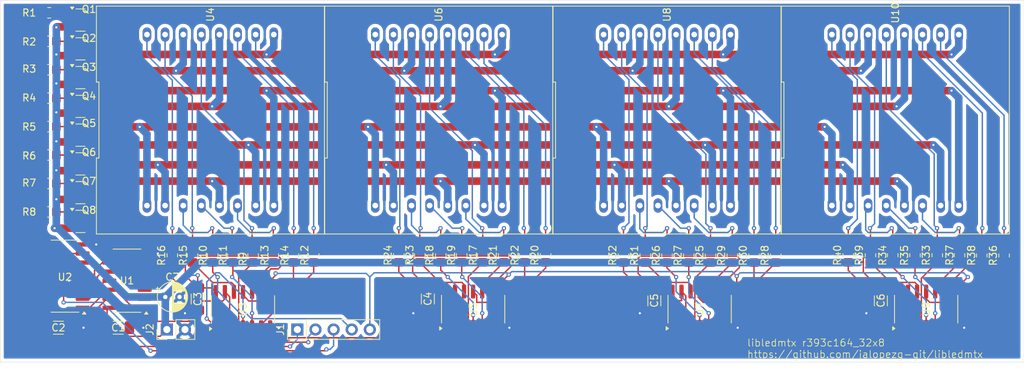
<source format=kicad_pcb>
(kicad_pcb (version 20241229) (generator "pcbnew") (generator_version "9.0")
  (layers (0 "F.Cu" signal) (2 "B.Cu" signal) (13 "F.Paste" user) (15 "B.Paste" user) (5 "F.SilkS" user "F.Silkscreen") (7 "B.SilkS" user "B.Silkscreen") (1 "F.Mask" user) (3 "B.Mask" user) (25 "Edge.Cuts" user))
  (net 0 "")
  (net 1 "VCC")
  (net 2 "GND")
  (net 3 "/RRST")
  (net 4 "/RCLK")
  (net 5 "/CDAT")
  (net 6 "/CCLK")
  (net 7 "/RENA")
  (net 8 "Net-(Q1-D)")
  (net 9 "Net-(Q1-G)")
  (net 10 "Net-(Q2-G)")
  (net 11 "Net-(Q2-D)")
  (net 12 "Net-(Q3-D)")
  (net 13 "Net-(Q3-G)")
  (net 14 "Net-(Q4-G)")
  (net 15 "Net-(Q4-D)")
  (net 16 "Net-(Q5-D)")
  (net 17 "Net-(Q5-G)")
  (net 18 "Net-(Q6-D)")
  (net 19 "Net-(Q6-G)")
  (net 20 "Net-(Q7-G)")
  (net 21 "Net-(Q7-D)")
  (net 22 "Net-(Q8-D)")
  (net 23 "Net-(Q8-G)")
  (net 24 "Net-(U2-~{Y0})")
  (net 25 "Net-(U2-~{Y1})")
  (net 26 "Net-(U2-~{Y2})")
  (net 27 "Net-(U2-~{Y3})")
  (net 28 "Net-(U2-~{Y4})")
  (net 29 "Net-(U2-~{Y5})")
  (net 30 "Net-(U2-~{Y6})")
  (net 31 "Net-(U2-~{Y7})")
  (net 32 "Net-(U4-C1)")
  (net 33 "Net-(U3-Q0)")
  (net 34 "Net-(U3-Q1)")
  (net 35 "Net-(U4-C2)")
  (net 36 "Net-(U3-Q2)")
  (net 37 "Net-(U4-C3)")
  (net 38 "Net-(U3-Q3)")
  (net 39 "Net-(U4-C4)")
  (net 40 "Net-(U3-Q4)")
  (net 41 "Net-(U4-C5)")
  (net 42 "Net-(U4-C6)")
  (net 43 "Net-(U3-Q5)")
  (net 44 "Net-(U3-Q6)")
  (net 45 "Net-(U4-C7)")
  (net 46 "Net-(U4-C8)")
  (net 47 "Net-(U3-Q7)")
  (net 48 "Net-(U6-C1)")
  (net 49 "Net-(U5-Q0)")
  (net 50 "Net-(U6-C2)")
  (net 51 "Net-(U5-Q1)")
  (net 52 "Net-(U5-Q2)")
  (net 53 "Net-(U6-C3)")
  (net 54 "Net-(U6-C4)")
  (net 55 "Net-(U5-Q3)")
  (net 56 "Net-(U5-Q4)")
  (net 57 "Net-(U6-C5)")
  (net 58 "Net-(U6-C6)")
  (net 59 "Net-(U5-Q5)")
  (net 60 "Net-(U6-C7)")
  (net 61 "Net-(U5-Q6)")
  (net 62 "Net-(U5-Q7)")
  (net 63 "Net-(U6-C8)")
  (net 64 "Net-(U7-Q0)")
  (net 65 "Net-(U8-C1)")
  (net 66 "Net-(U8-C2)")
  (net 67 "Net-(U7-Q1)")
  (net 68 "Net-(U8-C3)")
  (net 69 "Net-(U7-Q2)")
  (net 70 "Net-(U7-Q3)")
  (net 71 "Net-(U8-C4)")
  (net 72 "Net-(U8-C5)")
  (net 73 "Net-(U7-Q4)")
  (net 74 "Net-(U8-C6)")
  (net 75 "Net-(U7-Q5)")
  (net 76 "Net-(U7-Q6)")
  (net 77 "Net-(U8-C7)")
  (net 78 "Net-(U8-C8)")
  (net 79 "Net-(U7-Q7)")
  (net 80 "Net-(U10-C1)")
  (net 81 "Net-(U9-Q0)")
  (net 82 "Net-(U9-Q1)")
  (net 83 "Net-(U10-C2)")
  (net 84 "Net-(U9-Q2)")
  (net 85 "Net-(U10-C3)")
  (net 86 "Net-(U9-Q3)")
  (net 87 "Net-(U10-C4)")
  (net 88 "Net-(U10-C5)")
  (net 89 "Net-(U9-Q4)")
  (net 90 "Net-(U9-Q5)")
  (net 91 "Net-(U10-C6)")
  (net 92 "Net-(U9-Q6)")
  (net 93 "Net-(U10-C7)")
  (net 94 "Net-(U10-C8)")
  (net 95 "Net-(U9-Q7)")
  (net 99 "Net-(U1B-Q2)")
  (net 102 "Net-(U1B-Q1)")
  (net 105 "Net-(U1B-Q0)")
  (footprint "Display_DotMatrix:KYX-1088AB" (layer "F.Cu") (at 128.778 85.406)
    (property "Reference" "U6")
    (property "Value" "KYX-1088B")
  )
  (footprint "Resistor_SMD:R_0805_2012Metric_Pad1.20x1.40mm_HandSolder" (layer "F.Cu") (at 74.184 82.332286)
    (property "Reference" "R4")
    (property "Value" "47")
  )
  (footprint "Resistor_SMD:R_0805_2012Metric_Pad1.20x1.40mm_HandSolder" (layer "F.Cu") (at 102.761143 104.394 -90)
    (property "Reference" "R9")
    (property "Value" "82")
  )
  (footprint "Resistor_SMD:R_0805_2012Metric_Pad1.20x1.40mm_HandSolder" (layer "F.Cu") (at 91.44 104.394 -90)
    (property "Reference" "R16")
    (property "Value" "82")
  )
  (footprint "Resistor_SMD:R_0805_2012Metric_Pad1.20x1.40mm_HandSolder" (layer "F.Cu") (at 189.302571 104.378 -90)
    (property "Reference" "R39")
    (property "Value" "82")
  )
  (footprint "Capacitor_SMD:C_1206_3216Metric_Pad1.33x1.80mm_HandSolder" (layer "F.Cu") (at 83.8585 114.554)
    (property "Reference" "C1")
    (property "Value" "100nF")
  )
  (footprint "Package_TO_SOT_SMD:SOT-23" (layer "F.Cu") (at 78.5645 91.559714)
    (property "Reference" "Q6")
    (property "Value" "IRLML6401")
  )
  (footprint "Resistor_SMD:R_0805_2012Metric_Pad1.20x1.40mm_HandSolder" (layer "F.Cu") (at 126.129143 104.378 -90)
    (property "Reference" "R23")
    (property "Value" "82")
  )
  (footprint "Resistor_SMD:R_0805_2012Metric_Pad1.20x1.40mm_HandSolder" (layer "F.Cu") (at 132.007429 104.378 -90)
    (property "Reference" "R19")
    (property "Value" "82")
  )
  (footprint "Resistor_SMD:R_0805_2012Metric_Pad1.20x1.40mm_HandSolder" (layer "F.Cu") (at 198.664286 104.378 -90)
    (property "Reference" "R33")
    (property "Value" "82")
  )
  (footprint "Capacitor_SMD:C_1206_3216Metric_Pad1.33x1.80mm_HandSolder" (layer "F.Cu") (at 75.4765 114.554)
    (property "Reference" "C2")
    (property "Value" "100nF")
  )
  (footprint "Resistor_SMD:R_0805_2012Metric_Pad1.20x1.40mm_HandSolder" (layer "F.Cu") (at 123.19 104.378 -90)
    (property "Reference" "R24")
    (property "Value" "82")
  )
  (footprint "Package_TO_SOT_SMD:SOT-23" (layer "F.Cu") (at 78.5645 71.374)
    (property "Reference" "Q1")
    (property "Value" "IRLML6401")
  )
  (footprint "Package_TO_SOT_SMD:SOT-23" (layer "F.Cu") (at 78.5645 83.485429)
    (property "Reference" "Q4")
    (property "Value" "IRLML6401")
  )
  (footprint "Capacitor_SMD:C_1206_3216Metric_Pad1.33x1.80mm_HandSolder" (layer "F.Cu") (at 159.004 110.7825 -90)
    (property "Reference" "C5")
    (property "Value" "100nF")
  )
  (footprint "Resistor_SMD:R_0805_2012Metric_Pad1.20x1.40mm_HandSolder" (layer "F.Cu") (at 74.184 86.323714)
    (property "Reference" "R5")
    (property "Value" "47")
  )
  (footprint "Resistor_SMD:R_0805_2012Metric_Pad1.20x1.40mm_HandSolder" (layer "F.Cu") (at 201.784857 104.378 -90)
    (property "Reference" "R37")
    (property "Value" "82")
  )
  (footprint "Resistor_SMD:R_0805_2012Metric_Pad1.20x1.40mm_HandSolder" (layer "F.Cu") (at 140.824857 104.378 -90)
    (property "Reference" "R22")
    (property "Value" "82")
  )
  (footprint "Resistor_SMD:R_0805_2012Metric_Pad1.20x1.40mm_HandSolder" (layer "F.Cu") (at 172.974 104.41 -90)
    (property "Reference" "R30")
    (property "Value" "82")
  )
  (footprint "Resistor_SMD:R_0805_2012Metric_Pad1.20x1.40mm_HandSolder" (layer "F.Cu") (at 97.100571 104.394 -90)
    (property "Reference" "R10")
    (property "Value" "82")
  )
  (footprint "Display_DotMatrix:KYX-1088AB" (layer "F.Cu") (at 160.782 85.406)
    (property "Reference" "U8")
    (property "Value" "KYX-1088B")
  )
  (footprint "Resistor_SMD:R_0805_2012Metric_Pad1.20x1.40mm_HandSolder" (layer "F.Cu") (at 94.270286 104.394 -90)
    (property "Reference" "R15")
    (property "Value" "82")
  )
  (footprint "Capacitor_SMD:C_1206_3216Metric_Pad1.33x1.80mm_HandSolder" (layer "F.Cu") (at 190.754 110.7825 -90)
    (property "Reference" "C6")
    (property "Value" "100nF")
  )
  (footprint "Capacitor_SMD:C_1206_3216Metric_Pad1.33x1.80mm_HandSolder" (layer "F.Cu") (at 94.996 110.5285 -90)
    (property "Reference" "C3")
    (property "Value" "100nF")
  )
  (footprint "Resistor_SMD:R_0805_2012Metric_Pad1.20x1.40mm_HandSolder" (layer "F.Cu") (at 108.421714 104.394 -90)
    (property "Reference" "R14")
    (property "Value" "82")
  )
  (footprint "Capacitor_SMD:C_1206_3216Metric_Pad1.33x1.80mm_HandSolder" (layer "F.Cu") (at 127.254 110.5285 -90)
    (property "Reference" "C4")
    (property "Value" "100nF")
  )
  (footprint "Resistor_SMD:R_0805_2012Metric_Pad1.20x1.40mm_HandSolder" (layer "F.Cu") (at 195.543714 104.378 -90)
    (property "Reference" "R35")
    (property "Value" "82")
  )
  (footprint "Package_TO_SOT_SMD:SOT-23" (layer "F.Cu") (at 78.5645 99.634)
    (property "Reference" "Q8")
    (property "Value" "IRLML6401")
  )
  (footprint "Resistor_SMD:R_0805_2012Metric_Pad1.20x1.40mm_HandSolder" (layer "F.Cu") (at 99.930857 104.394 -90)
    (property "Reference" "R11")
    (property "Value" "82")
  )
  (footprint "Resistor_SMD:R_0805_2012Metric_Pad1.20x1.40mm_HandSolder" (layer "F.Cu") (at 74.184 90.315143)
    (property "Reference" "R6")
    (property "Value" "47")
  )
  (footprint "Resistor_SMD:R_0805_2012Metric_Pad1.20x1.40mm_HandSolder" (layer "F.Cu") (at 74.184 98.298)
    (property "Reference" "R8")
    (property "Value" "47")
  )
  (footprint "Resistor_SMD:R_0805_2012Metric_Pad1.20x1.40mm_HandSolder" (layer "F.Cu") (at 208.026 104.41 -90)
    (property "Reference" "R36")
    (property "Value" "82")
  )
  (footprint "Resistor_SMD:R_0805_2012Metric_Pad1.20x1.40mm_HandSolder" (layer "F.Cu") (at 143.764 104.378 -90)
    (property "Reference" "R20")
    (property "Value" "82")
  )
  (footprint "Package_TO_SOT_SMD:SOT-23" (layer "F.Cu") (at 78.5645 79.448286)
    (property "Reference" "Q3")
    (property "Value" "IRLML6401")
  )
  (footprint "Package_SO:SOIC-14_3.9x8.7mm_P1.27mm" (layer "F.Cu") (at 101.346 112.004 90)
    (property "Reference" "U3")
    (property "Value" "74HC164")
  )
  (footprint "Resistor_SMD:R_0805_2012Metric_Pad1.20x1.40mm_HandSolder" (layer "F.Cu") (at 154.686 104.41 -90)
    (property "Reference" "R32")
    (property "Value" "82")
  )
  (footprint "Resistor_SMD:R_0805_2012Metric_Pad1.20x1.40mm_HandSolder" (layer "F.Cu") (at 74.184 94.306571)
    (property "Reference" "R7")
    (property "Value" "47")
  )
  (footprint "Connector_PinHeader_2.54mm:PinHeader_1x02_P2.54mm_Vertical" (layer "F.Cu") (at 90.673 114.808 90)
    (property "Reference" "J2")
    (property "Value" "Conn_01x02_Pin")
  )
  (footprint "Resistor_SMD:R_0805_2012Metric_Pad1.20x1.40mm_HandSolder" (layer "F.Cu") (at 111.252 104.394 -90)
    (property "Reference" "R12")
    (property "Value" "82")
  )
  (footprint "Resistor_SMD:R_0805_2012Metric_Pad1.20x1.40mm_HandSolder" (layer "F.Cu") (at 134.946571 104.378 -90)
    (property "Reference" "R17")
    (property "Value" "82")
  )
  (footprint "Resistor_SMD:R_0805_2012Metric_Pad1.20x1.40mm_HandSolder" (layer "F.Cu") (at 105.591429 104.394 -90)
    (property "Reference" "R13")
    (property "Value" "82")
  )
  (footprint "Resistor_SMD:R_0805_2012Metric_Pad1.20x1.40mm_HandSolder" (layer "F.Cu") (at 163.83 104.41 -90)
    (property "Reference" "R27")
    (property "Value" "82")
  )
  (footprint "Resistor_SMD:R_0805_2012Metric_Pad1.20x1.40mm_HandSolder" (layer "F.Cu") (at 176.022 104.41 -90)
    (property "Reference" "R28")
    (property "Value" "82")
  )
  (footprint "Resistor_SMD:R_0805_2012Metric_Pad1.20x1.40mm_HandSolder" (layer "F.Cu") (at 74.184 70.358)
    (property "Reference" "R1")
    (property "Value" "47")
  )
  (footprint "Resistor_SMD:R_0805_2012Metric_Pad1.20x1.40mm_HandSolder" (layer "F.Cu") (at 186.182 104.378 -90)
    (property "Reference" "R40")
    (property "Value" "82")
  )
  (footprint "Capacitor_THT:CP_Radial_D4.0mm_P2.00mm" (layer "F.Cu") (at 90.456 110.236)
    (property "Reference" "C7")
    (property "Value" "4.7uF")
  )
  (footprint "Display_DotMatrix:KYX-1088AB" (layer "F.Cu") (at 96.774 85.406)
    (property "Reference" "U4")
    (property "Value" "KYX-1088B")
  )
  (footprint "Package_TO_SOT_SMD:SOT-23" (layer "F.Cu") (at 78.5645 75.411143)
    (property "Reference" "Q2")
    (property "Value" "IRLML6401")
  )
  (footprint "Resistor_SMD:R_0805_2012Metric_Pad1.20x1.40mm_HandSolder" (layer "F.Cu") (at 204.905429 104.41 -90)
    (property "Reference" "R38")
    (property "Value" "82")
  )
  (footprint "Resistor_SMD:R_0805_2012Metric_Pad1.20x1.40mm_HandSolder" (layer "F.Cu") (at 157.734 104.41 -90)
    (property "Reference" "R31")
    (property "Value" "82")
  )
  (footprint "Package_SO:SOIC-14_3.9x8.7mm_P1.27mm" (layer "F.Cu") (at 165.354 111.949 90)
    (property "Reference" "U7")
    (property "Value" "74HC164")
  )
  (footprint "Resistor_SMD:R_0805_2012Metric_Pad1.20x1.40mm_HandSolder" (layer "F.Cu") (at 74.184 74.349429)
    (property "Reference" "R2")
    (property "Value" "47")
  )
  (footprint "Package_SO:SOIC-14_3.9x8.7mm_P1.27mm" (layer "F.Cu") (at 85.09 107.95 180)
    (property "Reference" "U1")
    (property "Value" "74LS393")
  )
  (footprint "Display_DotMatrix:KYX-1088AB" (layer "F.Cu") (at 192.786 85.406)
    (property "Reference" "U10")
    (property "Value" "KYX-1088B")
  )
  (footprint "Resistor_SMD:R_0805_2012Metric_Pad1.20x1.40mm_HandSolder" (layer "F.Cu") (at 137.885714 104.378 -90)
    (property "Reference" "R21")
    (property "Value" "82")
  )
  (footprint "Package_TO_SOT_SMD:SOT-23" (layer "F.Cu") (at 78.5645 87.522571)
    (property "Reference" "Q5")
    (property "Value" "IRLML6401")
  )
  (footprint "Package_SO:SOIC-16_3.9x9.9mm_P1.27mm" (layer "F.Cu") (at 76.389 107.315 180)
    (property "Reference" "U2")
    (property "Value" "74HC138")
  )
  (footprint "Package_SO:SOIC-14_3.9x8.7mm_P1.27mm" (layer "F.Cu") (at 133.604 111.949 90)
    (property "Reference" "U5")
    (property "Value" "74HC164")
  )
  (footprint "Package_TO_SOT_SMD:SOT-23" (layer "F.Cu") (at 78.5645 95.596857)
    (property "Reference" "Q7")
    (property "Value" "IRLML6401")
  )
  (footprint "Resistor_SMD:R_0805_2012Metric_Pad1.20x1.40mm_HandSolder" (layer "F.Cu") (at 74.184 78.340857)
    (property "Reference" "R3")
    (property "Value" "47")
  )
  (footprint "Resistor_SMD:R_0805_2012Metric_Pad1.20x1.40mm_HandSolder" (layer "F.Cu") (at 166.878 104.41 -90)
    (property "Reference" "R25")
    (property "Value" "82")
  )
  (footprint "Resistor_SMD:R_0805_2012Metric_Pad1.20x1.40mm_HandSolder" (layer "F.Cu") (at 192.423143 104.378 -90)
    (property "Reference" "R34")
    (property "Value" "82")
  )
  (footprint "Resistor_SMD:R_0805_2012Metric_Pad1.20x1.40mm_HandSolder" (layer "F.Cu") (at 169.926 104.41 -90)
    (property "Reference" "R29")
    (property "Value" "82")
  )
  (footprint "Resistor_SMD:R_0805_2012Metric_Pad1.20x1.40mm_HandSolder" (layer "F.Cu") (at 160.782 104.41 -90)
    (property "Reference" "R26")
    (property "Value" "82")
  )
  (footprint "Package_SO:SOIC-14_3.9x8.7mm_P1.27mm" (layer "F.Cu") (at 197.104 111.949 90)
    (property "Reference" "U9")
    (property "Value" "74HC164")
  )
  (footprint "Resistor_SMD:R_0805_2012Metric_Pad1.20x1.40mm_HandSolder" (layer "F.Cu") (at 129.068286 104.378 -90)
    (property "Reference" "R18")
    (property "Value" "82")
  )
  (footprint "Connector_PinHeader_2.54mm:PinHeader_1x05_P2.54mm_Vertical" (layer "F.Cu") (at 108.966 114.808 90)
    (property "Reference" "J1")
    (property "Value" "Conn_01x05_Pin")
  )
  (gr_poly (pts (xy 67.31 68.58) (xy 67.31 119.38) (xy 210.82 119.38) (xy 210.82 68.58)) (stroke (width 0.05)) (fill no) (layer "Edge.Cuts"))
  (gr_text "libledmtx r393c164_32x8\nhttps://github.com/jalopezg-git/libledmtx" (at 171.958 118.872 0) (layer "F.SilkS") (effects (font (size 1 1) (thickness 0.1)) (justify left bottom)))
  (segment (start 156.733 105.41) (end 156.21 105.41) (width 0.2) (layer "F.Cu") (net 1))
  (segment (start 125.128143 104.79284) (end 125.128143 105.41) (width 0.2) (layer "F.Cu") (net 1))
  (segment (start 202.785857 104.79284) (end 202.785857 105.985175) (width 0.2) (layer "F.Cu") (net 1))
  (segment (start 93.585126 104.493) (end 93.269286 104.80884) (width 0.2) (layer "F.Cu") (net 1))
  (segment (start 103.886 107.666529) (end 105.257529 106.295) (width 0.2) (layer "F.Cu") (net 1))
  (segment (start 77.627 72.324) (end 75.25 72.324) (width 1.0668) (layer "F.Cu") (net 1))
  (segment (start 103.886 109.529) (end 103.886 107.666529) (width 0.2) (layer "F.Cu") (net 1))
  (segment (start 77.627 92.509714) (end 75.237714 92.509714) (width 1.0668) (layer "F.Cu") (net 1))
  (segment (start 156.733 106.949) (end 156.733 105.41) (width 0.2) (layer "F.Cu") (net 1))
  (segment (start 77.627 84.435429) (end 75.291429 84.435429) (width 1.0668) (layer "F.Cu") (net 1))
  (segment (start 77.627 88.472571) (end 75.264571 88.472571) (width 1.0668) (layer "F.Cu") (net 1))
  (segment (start 75.115 115.755) (end 83.127 115.755) (width 0.2) (layer "F.Cu") (net 1))
  (segment (start 202.785857 105.985175) (end 199.644 109.127032) (width 0.2) (layer "F.Cu") (net 1))
  (segment (start 77.627 80.398286) (end 75.318286 80.398286) (width 1.0668) (layer "F.Cu") (net 1))
  (segment (start 125.443983 104.477) (end 125.128143 104.79284) (width 0.2) (layer "F.Cu") (net 1))
  (segment (start 77.627 96.546857) (end 75.210857 96.546857) (width 1.0668) (layer "F.Cu") (net 1))
  (segment (start 127.254 108.966) (end 129.286 108.966) (width 0.2) (layer "F.Cu") (net 1))
  (segment (start 188.301571 105.41) (end 188.301571 104.79284) (width 0.2) (layer "F.Cu") (net 1))
  (segment (start 202.470017 104.477) (end 202.785857 104.79284) (width 0.2) (layer "F.Cu") (net 1))
  (segment (start 161.29 109.22) (end 161.544 109.474) (width 0.2) (layer "F.Cu") (net 1))
  (segment (start 138.886714 104.79284) (end 138.570874 104.477) (width 0.2) (layer "F.Cu") (net 1))
  (segment (start 106.592429 104.80884) (end 106.276589 104.493) (width 0.2) (layer "F.Cu") (net 1))
  (segment (start 199.644 109.127032) (end 199.644 109.474) (width 0.2) (layer "F.Cu") (net 1))
  (segment (start 83.312 115.57) (end 83.497 115.755) (width 0.2) (layer "F.Cu") (net 1))
  (segment (start 193.04 109.22) (end 193.294 109.474) (width 0.2) (layer "F.Cu") (net 1))
  (segment (start 89.726 115.755) (end 90.673 114.808) (width 0.2) (layer "F.Cu") (net 1))
  (segment (start 138.886714 105.96316) (end 138.886714 104.79284) (width 0.2) (layer "F.Cu") (net 1))
  (segment (start 156.733 104.82484) (end 157.04884 104.509) (width 0.2) (layer "F.Cu") (net 1))
  (segment (start 188.617411 104.477) (end 202.470017 104.477) (width 0.2) (layer "F.Cu") (net 1))
  (segment (start 170.927 104.82484) (end 170.927 106.094032) (width 0.2) (layer "F.Cu") (net 1))
  (segment (start 129.286 108.966) (end 129.794 109.474) (width 0.2) (layer "F.Cu") (net 1))
  (segment (start 73.914 114.554) (end 75.115 115.755) (width 0.2) (layer "F.Cu") (net 1))
  (segment (start 188.301571 106.767571) (end 188.301571 105.41) (width 0.2) (layer "F.Cu") (net 1))
  (segment (start 170.61116 104.509) (end 170.927 104.82484) (width 0.2) (layer "F.Cu") (net 1))
  (segment (start 75.237714 92.509714) (end 75.184 92.456) (width 1.0668) (layer "F.Cu") (net 1))
  (segment (start 106.592429 105.97916) (end 106.592429 104.80884) (width 0.2) (layer "F.Cu") (net 1))
  (segment (start 75.291429 84.435429) (end 75.184 84.328) (width 1.0668) (layer "F.Cu") (net 1))
  (segment (start 105.257529 106.295) (end 106.276589 106.295) (width 0.2) (layer "F.Cu") (net 1))
  (segment (start 159.004 109.22) (end 156.733 106.949) (width 0.2) (layer "F.Cu") (net 1))
  (segment (start 125.128143 105.41) (end 125.128143 106.840143) (width 0.2) (layer "F.Cu") (net 1))
  (segment (start 136.144 108.705874) (end 138.886714 105.96316) (width 0.2) (layer "F.Cu") (net 1))
  (segment (start 125.128143 105.41) (end 124.46 105.41) (width 0.2) (layer "F.Cu") (net 1))
  (segment (start 75.25 72.324) (end 75.184 72.39) (width 1.0668) (layer "F.Cu") (net 1))
  (segment (start 138.570874 104.477) (end 125.443983 104.477) (width 0.2) (layer "F.Cu") (net 1))
  (segment (start 93.269286 104.80884) (end 93.269286 107.239286) (width 0.2) (layer "F.Cu") (net 1))
  (segment (start 136.144 109.474) (end 136.144 108.705874) (width 0.2) (layer "F.Cu") (net 1))
  (segment (start 82.615 111.76) (end 82.296 112.079) (width 0.2) (layer "F.Cu") (net 1))
  (segment (start 106.276589 106.295) (end 106.592429 105.97916) (width 0.2) (layer "F.Cu") (net 1))
  (segment (start 93.269286 107.239286) (end 94.996 108.966) (width 0.2) (layer "F.Cu") (net 1))
  (segment (start 159.004 109.22) (end 161.29 109.22) (width 0.2) (layer "F.Cu") (net 1))
  (segment (start 75.318286 80.398286) (end 75.184 80.264) (width 1.0668) (layer "F.Cu") (net 1))
  (segment (start 94.996 108.966) (end 94.996 107.188) (width 0.2) (layer "F.Cu") (net 1))
  (segment (start 188.301571 105.41) (end 187.706 105.41) (width 0.2) (layer "F.Cu") (net 1))
  (segment (start 97.536 109.529) (end 96.973 108.966) (width 0.2) (layer "F.Cu") (net 1))
  (segment (start 190.754 109.22) (end 193.04 109.22) (width 0.2) (layer "F.Cu") (net 1))
  (segment (start 156.733 105.41) (end 156.733 104.82484) (width 0.2) (layer "F.Cu") (net 1))
  (segment (start 82.296 112.079) (end 82.296 114.554) (width 0.2) (layer "F.Cu") (net 1))
  (segment (start 157.04884 104.509) (end 170.61116 104.509) (width 0.2) (layer "F.Cu") (net 1))
  (segment (start 74.93 100.584) (end 77.627 100.584) (width 1.0668) (layer "F.Cu") (net 1))
  (segment (start 75.264571 88.472571) (end 75.184 88.392) (width 1.0668) (layer "F.Cu") (net 1))
  (segment (start 190.754 109.22) (end 188.301571 106.767571) (width 0.2) (layer "F.Cu") (net 1))
  (segment (start 83.497 115.755) (end 89.726 115.755) (width 0.2) (layer "F.Cu") (net 1))
  (segment (start 73.914 111.76) (end 73.914 114.554) (width 0.2) (layer "F.Cu") (net 1))
  (segment (start 75.345143 76.361143) (end 75.184 76.2) (width 1.0668) (layer "F.Cu") (net 1))
  (segment (start 77.627 76.361143) (end 75.345143 76.361143) (width 1.0668) (layer "F.Cu") (net 1))
  (segment (start 170.927 106.094032) (end 167.894 109.127032) (width 0.2) (layer "F.Cu") (net 1))
  (segment (start 83.127 115.755) (end 83.312 115.57) (width 0.2) (layer "F.Cu") (net 1))
  (segment (start 125.128143 106.840143) (end 127.254 108.966) (width 0.2) (layer "F.Cu") (net 1))
  (segment (start 167.894 109.127032) (end 167.894 109.474) (width 0.2) (layer "F.Cu") (net 1))
  (segment (start 106.276589 104.493) (end 93.585126 104.493) (width 0.2) (layer "F.Cu") (net 1))
  (segment (start 188.301571 104.79284) (end 188.617411 104.477) (width 0.2) (layer "F.Cu") (net 1))
  (segment (start 82.296 114.554) (end 83.312 115.57) (width 0.2) (layer "F.Cu") (net 1))
  (segment (start 75.210857 96.546857) (end 75.184 96.52) (width 1.0668) (layer "F.Cu") (net 1))
  (segment (start 96.973 108.966) (end 94.996 108.966) (width 0.2) (layer "F.Cu") (net 1))
  (via (at 187.706 105.41) (size 0.6) (drill 0.3) (layers "F.Cu" "B.Cu") (net 1))
  (via (at 75.184 76.2) (size 0.6) (drill 0.3) (layers "F.Cu" "B.Cu") (net 1))
  (via (at 75.184 88.392) (size 0.6) (drill 0.3) (layers "F.Cu" "B.Cu") (net 1))
  (via (at 75.184 72.39) (size 0.6) (drill 0.3) (layers "F.Cu" "B.Cu") (net 1))
  (via (at 75.184 96.52) (size 0.6) (drill 0.3) (layers "F.Cu" "B.Cu") (net 1))
  (via (at 75.184 92.456) (size 0.6) (drill 0.3) (layers "F.Cu" "B.Cu") (net 1))
  (via (at 75.184 80.264) (size 0.6) (drill 0.3) (layers "F.Cu" "B.Cu") (net 1))
  (via (at 156.21 105.41) (size 0.6) (drill 0.3) (layers "F.Cu" "B.Cu") (net 1))
  (via (at 124.46 105.41) (size 0.6) (drill 0.3) (layers "F.Cu" "B.Cu") (net 1))
  (via (at 75.184 84.328) (size 0.6) (drill 0.3) (layers "F.Cu" "B.Cu") (net 1))
  (via (at 74.93 100.584) (size 0.6) (drill 0.3) (layers "F.Cu" "B.Cu") (net 1))
  (via (at 94.996 107.188) (size 0.6) (drill 0.3) (layers "F.Cu" "B.Cu") (net 1))
  (segment (start 75.184 92.456) (end 75.184 96.52) (width 1.0668) (layer "B.Cu") (net 1))
  (segment (start 75.184 96.52) (end 75.184 100.33) (width 1.0668) (layer "B.Cu") (net 1))
  (segment (start 156.21 105.41) (end 187.706 105.41) (width 1.0668) (layer "B.Cu") (net 1))
  (segment (start 75.184 88.392) (end 75.184 92.456) (width 1.0668) (layer "B.Cu") (net 1))
  (segment (start 94.996 107.188) (end 93.504 107.188) (width 0.2) (layer "B.Cu") (net 1))
  (segment (start 75.184 84.328) (end 75.184 88.392) (width 1.0668) (layer "B.Cu") (net 1))
  (segment (start 90.456 110.236) (end 85.09 110.236) (width 1.0668) (layer "B.Cu") (net 1))
  (segment (start 75.184 80.264) (end 75.184 84.328) (width 1.0668) (layer "B.Cu") (net 1))
  (segment (start 90.456 110.236) (end 90.456 114.591) (width 1.0668) (layer "B.Cu") (net 1))
  (segment (start 93.504 107.188) (end 90.456 110.236) (width 0.2) (layer "B.Cu") (net 1))
  (segment (start 90.456 110.236) (end 95.282 105.41) (width 1.0668) (layer "B.Cu") (net 1))
  (segment (start 85.09 110.236) (end 75.184 100.33) (width 1.0668) (layer "B.Cu") (net 1))
  (segment (start 75.184 72.39) (end 75.184 76.2) (width 1.0668) (layer "B.Cu") (net 1))
  (segment (start 90.456 114.591) (end 90.673 114.808) (width 1.0668) (layer "B.Cu") (net 1))
  (segment (start 75.184 76.2) (end 75.184 80.264) (width 1.0668) (layer "B.Cu") (net 1))
  (segment (start 95.282 105.41) (end 124.46 105.41) (width 1.0668) (layer "B.Cu") (net 1))
  (segment (start 124.46 105.41) (end 156.21 105.41) (width 1.0668) (layer "B.Cu") (net 1))
  (segment (start 75.184 100.33) (end 74.93 100.584) (width 1.0668) (layer "B.Cu") (net 1))
  (segment (start 170.558 114.424) (end 170.688 114.554) (width 0.2) (layer "F.Cu") (net 2))
  (segment (start 169.164 114.424) (end 170.558 114.424) (width 0.2) (layer "F.Cu") (net 2))
  (segment (start 85.421 114.554) (end 87.376 114.554) (width 0.2) (layer "F.Cu") (net 2))
  (segment (start 138.554 114.424) (end 138.684 114.554) (width 0.2) (layer "F.Cu") (net 2))
  (segment (start 105.156 114.479) (end 106.351 114.479) (width 0.2) (layer "F.Cu") (net 2))
  (segment (start 137.414 114.424) (end 138.554 114.424) (width 0.2) (layer "F.Cu") (net 2))
  (segment (start 127.254 112.091) (end 125.653 112.091) (width 0.2) (layer "F.Cu") (net 2))
  (segment (start 157.149 112.345) (end 156.972 112.522) (width 0.2) (layer "F.Cu") (net 2))
  (segment (start 190.754 112.345) (end 188.899 112.345) (width 0.2) (layer "F.Cu") (net 2))
  (segment (start 78.864 102.87) (end 80.772 102.87) (width 0.2) (layer "F.Cu") (net 2))
  (segment (start 202.308 114.424) (end 202.438 114.554) (width 0.2) (layer "F.Cu") (net 2))
  (segment (start 93.649 112.091) (end 93.218 112.522) (width 0.2) (layer "F.Cu") (net 2))
  (segment (start 159.004 112.345) (end 157.149 112.345) (width 0.2) (layer "F.Cu") (net 2))
  (segment (start 78.864 107.95) (end 76.962 107.95) (width 0.2) (layer "F.Cu") (net 2))
  (segment (start 78.864 106.68) (end 78.864 107.95) (width 0.2) (layer "F.Cu") (net 2))
  (segment (start 125.653 112.091) (end 125.222 112.522) (width 0.2) (layer "F.Cu") (net 2))
  (segment (start 77.039 114.554) (end 78.994 114.554) (width 0.2) (layer "F.Cu") (net 2))
  (segment (start 94.996 112.091) (end 93.649 112.091) (width 0.2) (layer "F.Cu") (net 2))
  (segment (start 106.351 114.479) (end 106.426 114.554) (width 0.2) (layer "F.Cu") (net 2))
  (segment (start 87.565 104.14) (end 89.408 104.14) (width 0.2) (layer "F.Cu") (net 2))
  (segment (start 200.914 114.424) (end 202.308 114.424) (width 0.2) (layer "F.Cu") (net 2))
  (segment (start 188.899 112.345) (end 188.722 112.522) (width 0.2) (layer "F.Cu") (net 2))
  (via (at 106.426 114.554) (size 0.6) (drill 0.3) (layers "F.Cu" "B.Cu") (net 2))
  (via (at 202.438 114.554) (size 0.6) (drill 0.3) (layers "F.Cu" "B.Cu") (net 2))
  (via (at 170.688 114.554) (size 0.6) (drill 0.3) (layers "F.Cu" "B.Cu") (net 2))
  (via (at 93.218 112.522) (size 0.6) (drill 0.3) (layers "F.Cu" "B.Cu") (net 2))
  (via (at 138.684 114.554) (size 0.6) (drill 0.3) (layers "F.Cu" "B.Cu") (net 2))
  (via (at 78.994 114.554) (size 0.6) (drill 0.3) (layers "F.Cu" "B.Cu") (net 2))
  (via (at 125.222 112.522) (size 0.6) (drill 0.3) (layers "F.Cu" "B.Cu") (net 2))
  (via (at 188.722 112.522) (size 0.6) (drill 0.3) (layers "F.Cu" "B.Cu") (net 2))
  (via (at 76.962 107.95) (size 0.6) (drill 0.3) (layers "F.Cu" "B.Cu") (net 2))
  (via (at 156.972 112.522) (size 0.6) (drill 0.3) (layers "F.Cu" "B.Cu") (net 2))
  (via (at 87.376 114.554) (size 0.6) (drill 0.3) (layers "F.Cu" "B.Cu") (net 2))
  (via (at 80.772 102.87) (size 0.6) (drill 0.3) (layers "F.Cu" "B.Cu") (net 2))
  (via (at 89.408 104.14) (size 0.6) (drill 0.3) (layers "F.Cu" "B.Cu") (net 2))
  (segment (start 82.615 109.22) (end 83.408032 109.22) (width 0.2) (layer "F.Cu") (net 3))
  (segment (start 95.097032 113.657) (end 98.026032 116.586) (width 0.2) (layer "F.Cu") (net 3))
  (segment (start 83.408032 109.22) (end 87.845032 113.657) (width 0.2) (layer "F.Cu") (net 3))
  (segment (start 98.026032 116.586) (end 110.49 116.586) (width 0.2) (layer "F.Cu") (net 3))
  (segment (start 87.845032 113.657) (end 95.097032 113.657) (width 0.2) (layer "F.Cu") (net 3))
  (via (at 110.49 116.586) (size 0.6) (drill 0.3) (layers "F.Cu" "B.Cu") (net 3))
  (segment (start 110.49 115.824) (end 111.506 114.808) (width 0.2) (layer "B.Cu") (net 3))
  (segment (start 110.49 116.586) (end 110.49 115.824) (width 0.2) (layer "B.Cu") (net 3))
  (segment (start 80.397032 112.361) (end 76.131968 112.361) (width 0.2) (layer "F.Cu") (net 4))
  (segment (start 72.638 115.12666) (end 74.69734 117.186) (width 0.2) (layer "F.Cu") (net 4))
  (segment (start 72.638 111.419032) (end 72.638 115.12666) (width 0.2) (layer "F.Cu") (net 4))
  (segment (start 74.929968 111.159) (end 72.898032 111.159) (width 0.2) (layer "F.Cu") (net 4))
  (segment (start 83.312 110.49) (end 82.615 110.49) (width 0.2) (layer "F.Cu") (net 4))
  (segment (start 76.131968 112.361) (end 74.929968 111.159) (width 0.2) (layer "F.Cu") (net 4))
  (segment (start 82.268032 110.49) (end 80.397032 112.361) (width 0.2) (layer "F.Cu") (net 4))
  (segment (start 72.898032 111.159) (end 72.638 111.419032) (width 0.2) (layer "F.Cu") (net 4))
  (segment (start 74.69734 117.186) (end 107.95 117.186) (width 0.2) (layer "F.Cu") (net 4))
  (segment (start 82.615 110.49) (end 82.268032 110.49) (width 0.2) (layer "F.Cu") (net 4))
  (via (at 107.95 117.186) (size 0.6) (drill 0.3) (layers "F.Cu" "B.Cu") (net 4))
  (segment (start 108.966 116.17) (end 107.95 117.186) (width 0.2) (layer "B.Cu") (net 4))
  (segment (start 108.966 114.808) (end 108.966 116.17) (width 0.2) (layer "B.Cu") (net 4))
  (segment (start 96.266 113.284) (end 96.341 113.284) (width 0.2) (layer "F.Cu") (net 5))
  (segment (start 97.536 114.479) (end 98.806 114.479) (width 0.2) (layer "F.Cu") (net 5))
  (segment (start 96.341 113.284) (end 97.536 114.479) (width 0.2) (layer "F.Cu") (net 5))
  (via (at 96.266 113.284) (size 0.6) (drill 0.3) (layers "F.Cu" "B.Cu") (net 5))
  (segment (start 97.541057 106.841) (end 96.266 108.116057) (width 0.2) (layer "B.Cu") (net 5))
  (segment (start 116.586 114.808) (end 115.062 113.284) (width 0.2) (layer "B.Cu") (net 5))
  (segment (start 102.528057 113.284) (end 101.346 112.101943) (width 0.2) (layer "B.Cu") (net 5))
  (segment (start 101.346 110.148057) (end 98.038943 106.841) (width 0.2) (layer "B.Cu") (net 5))
  (segment (start 98.038943 106.841) (end 97.541057 106.841) (width 0.2) (layer "B.Cu") (net 5))
  (segment (start 115.062 113.284) (end 102.528057 113.284) (width 0.2) (layer "B.Cu") (net 5))
  (segment (start 96.266 108.116057) (end 96.266 113.284) (width 0.2) (layer "B.Cu") (net 5))
  (segment (start 101.346 112.101943) (end 101.346 110.148057) (width 0.2) (layer "B.Cu") (net 5))
  (segment (start 137.414 108.284404) (end 138.597202 107.101202) (width 0.2) (layer "F.Cu") (net 6))
  (segment (start 105.918 106.934) (end 105.918 107.188) (width 0.2) (layer "F.Cu") (net 6))
  (segment (start 202.946 107.442) (end 200.914 109.474) (width 0.2) (layer "F.Cu") (net 6))
  (segment (start 105.918 107.188) (end 105.156 107.95) (width 0.2) (layer "F.Cu") (net 6))
  (segment (start 170.557781 107.311781) (end 170.557781 108.080219) (width 0.2) (layer "F.Cu") (net 6))
  (segment (start 170.557781 108.080219) (end 169.164 109.474) (width 0.2) (layer "F.Cu") (net 6))
  (segment (start 105.156 107.95) (end 105.156 109.529) (width 0.2) (layer "F.Cu") (net 6))
  (segment (start 137.414 109.474) (end 137.414 108.284404) (width 0.2) (layer "F.Cu") (net 6))
  (via (at 138.597202 107.101202) (size 0.6) (drill 0.3) (layers "F.Cu" "B.Cu") (net 6))
  (via (at 170.557781 107.311781) (size 0.6) (drill 0.3) (layers "F.Cu" "B.Cu") (net 6))
  (via (at 202.946 107.442) (size 0.6) (drill 0.3) (layers "F.Cu" "B.Cu") (net 6))
  (via (at 105.918 106.934) (size 0.6) (drill 0.3) (layers "F.Cu" "B.Cu") (net 6))
  (segment (start 119.727 106.841) (end 138.337 106.841) (width 0.2) (layer "B.Cu") (net 6))
  (segment (start 119.126 107.442) (end 118.618 106.934) (width 0.2) (layer "B.Cu") (net 6))
  (segment (start 202.345 106.841) (end 202.946 107.442) (width 0.2) (layer "B.Cu") (net 6))
  (segment (start 138.597202 107.101202) (end 139.018404 106.68) (width 0.2) (layer "B.Cu") (net 6))
  (segment (start 170.557781 107.311781) (end 171.028562 106.841) (width 0.2) (layer "B.Cu") (net 6))
  (segment (start 119.126 107.442) (end 119.727 106.841) (width 0.2) (layer "B.Cu") (net 6))
  (segment (start 118.618 106.934) (end 105.918 106.934) (width 0.2) (layer "B.Cu") (net 6))
  (segment (start 139.018404 106.68) (end 169.926 106.68) (width 0.2) (layer "B.Cu") (net 6))
  (segment (start 171.028562 106.841) (end 202.345 106.841) (width 0.2) (layer "B.Cu") (net 6))
  (segment (start 169.926 106.68) (end 170.557781 107.311781) (width 0.2) (layer "B.Cu") (net 6))
  (segment (start 138.337 106.841) (end 138.597202 107.101202) (width 0.2) (layer "B.Cu") (net 6))
  (segment (start 119.126 114.808) (end 119.126 107.442) (width 0.2) (layer "B.Cu") (net 6))
  (segment (start 78.864 105.41) (end 77.889001 105.41) (width 0.2) (layer "F.Cu") (net 7))
  (segment (start 76.2 107.099001) (end 76.2 110.998) (width 0.2) (layer "F.Cu") (net 7))
  (segment (start 88.392 117.786) (end 112.846 117.786) (width 0.2) (layer "F.Cu") (net 7))
  (segment (start 112.846 117.786) (end 113.03 117.602) (width 0.2) (layer "F.Cu") (net 7))
  (segment (start 77.889001 105.41) (end 76.2 107.099001) (width 0.2) (layer "F.Cu") (net 7))
  (via (at 88.392 117.786) (size 0.6) (drill 0.3) (layers "F.Cu" "B.Cu") (net 7))
  (via (at 113.03 117.602) (size 0.6) (drill 0.3) (layers "F.Cu" "B.Cu") (net 7))
  (via (at 76.2 110.998) (size 0.6) (drill 0.3) (layers "F.Cu" "B.Cu") (net 7))
  (segment (start 113.538 117.602) (end 114.046 117.094) (width 0.2) (layer "B.Cu") (net 7))
  (segment (start 76.2 110.998) (end 81.604 110.998) (width 0.2) (layer "B.Cu") (net 7))
  (segment (start 113.03 117.602) (end 113.538 117.602) (width 0.2) (layer "B.Cu") (net 7))
  (segment (start 81.604 110.998) (end 88.392 117.786) (width 0.2) (layer "B.Cu") (net 7))
  (segment (start 114.046 117.094) (end 114.046 114.808) (width 0.2) (layer "B.Cu") (net 7))
  (segment (start 168.656 76.2) (end 200.66 76.2) (width 1.0668) (layer "F.Cu") (net 8))
  (segment (start 136.652 76.2) (end 168.656 76.2) (width 1.0668) (layer "F.Cu") (net 8))
  (segment (start 104.648 76.2) (end 136.652 76.2) (width 1.0668) (layer "F.Cu") (net 8))
  (segment (start 84.328 76.2) (end 104.648 76.2) (width 1.0668) (layer "F.Cu") (net 8))
  (segment (start 79.502 71.374) (end 84.328 76.2) (width 1.0668) (layer "F.Cu") (net 8))
  (via (at 136.652 76.2) (size 0.6) (drill 0.3) (layers "F.Cu" "B.Cu") (net 8))
  (via (at 168.656 76.2) (size 0.6) (drill 0.3) (layers "F.Cu" "B.Cu") (net 8))
  (via (at 200.66 76.2) (size 0.6) (drill 0.3) (layers "F.Cu" "B.Cu") (net 8))
  (via (at 104.648 76.2) (size 0.6) (drill 0.3) (layers "F.Cu" "B.Cu") (net 8))
  (segment (start 105.664 73.406) (end 105.664 75.184) (width 1.0668) (layer "B.Cu") (net 8))
  (segment (start 201.676 75.184) (end 200.66 76.2) (width 1.0668) (layer "B.Cu") (net 8))
  (segment (start 169.672 75.184) (end 168.656 76.2) (width 1.0668) (layer "B.Cu") (net 8))
  (segment (start 169.672 73.406) (end 169.672 75.184) (width 1.0668) (layer "B.Cu") (net 8))
  (segment (start 137.668 75.184) (end 136.652 76.2) (width 1.0668) (layer "B.Cu") (net 8))
  (segment (start 137.668 73.406) (end 137.668 75.184) (width 1.0668) (layer "B.Cu") (net 8))
  (segment (start 105.664 75.184) (end 104.648 76.2) (width 1.0668) (layer "B.Cu") (net 8))
  (segment (start 201.676 73.406) (end 201.676 75.184) (width 1.0668) (layer "B.Cu") (net 8))
  (segment (start 75.504 70.424) (end 77.627 70.424) (width 0.2) (layer "F.Cu") (net 9))
  (segment (start 75.184 70.358) (end 75.438 70.358) (width 0.2) (layer "F.Cu") (net 9))
  (segment (start 75.438 70.358) (end 75.504 70.424) (width 0.2) (layer "F.Cu") (net 9))
  (segment (start 77.515286 74.349429) (end 77.627 74.461143) (width 0.2) (layer "F.Cu") (net 10))
  (segment (start 75.184 74.349429) (end 77.515286 74.349429) (width 0.2) (layer "F.Cu") (net 10))
  (segment (start 155.956 78.486) (end 187.96 78.486) (width 1.0668) (layer "F.Cu") (net 11))
  (segment (start 91.948 78.486) (end 123.952 78.486) (width 1.0668) (layer "F.Cu") (net 11))
  (segment (start 82.576857 78.486) (end 91.948 78.486) (width 1.0668) (layer "F.Cu") (net 11))
  (segment (start 79.502 75.411143) (end 82.576857 78.486) (width 1.0668) (layer "F.Cu") (net 11))
  (segment (start 123.952 78.486) (end 155.956 78.486) (width 1.0668) (layer "F.Cu") (net 11))
  (via (at 155.956 78.486) (size 0.6) (drill 0.3) (layers "F.Cu" "B.Cu") (net 11))
  (via (at 123.952 78.486) (size 0.6) (drill 0.3) (layers "F.Cu" "B.Cu") (net 11))
  (via (at 187.96 78.486) (size 0.6) (drill 0.3) (layers "F.Cu" "B.Cu") (net 11))
  (via (at 91.948 78.486) (size 0.6) (drill 0.3) (layers "F.Cu" "B.Cu") (net 11))
  (segment (start 188.976 73.406) (end 188.976 77.47) (width 1.0668) (layer "B.Cu") (net 11))
  (segment (start 124.968 73.406) (end 124.968 77.47) (width 1.0668) (layer "B.Cu") (net 11))
  (segment (start 92.964 73.406) (end 92.964 77.47) (width 1.0668) (layer "B.Cu") (net 11))
  (segment (start 188.976 77.47) (end 187.96 78.486) (width 1.0668) (layer "B.Cu") (net 11))
  (segment (start 156.972 77.47) (end 155.956 78.486) (width 1.0668) (layer "B.Cu") (net 11))
  (segment (start 92.964 77.47) (end 91.948 78.486) (width 1.0668) (layer "B.Cu") (net 11))
  (segment (start 124.968 77.47) (end 123.952 78.486) (width 1.0668) (layer "B.Cu") (net 11))
  (segment (start 156.972 73.406) (end 156.972 77.47) (width 1.0668) (layer "B.Cu") (net 11))
  (segment (start 136.652 81.28) (end 168.656 81.28) (width 1.0668) (layer "F.Cu") (net 12))
  (segment (start 81.333714 81.28) (end 104.648 81.28) (width 1.0668) (layer "F.Cu") (net 12))
  (segment (start 79.502 79.448286) (end 81.333714 81.28) (width 1.0668) (layer "F.Cu") (net 12))
  (segment (start 168.656 81.28) (end 200.66 81.28) (width 1.0668) (layer "F.Cu") (net 12))
  (segment (start 104.648 81.28) (end 136.652 81.28) (width 1.0668) (layer "F.Cu") (net 12))
  (via (at 168.656 81.28) (size 0.6) (drill 0.3) (layers "F.Cu" "B.Cu") (net 12))
  (via (at 104.648 81.28) (size 0.6) (drill 0.3) (layers "F.Cu" "B.Cu") (net 12))
  (via (at 136.652 81.28) (size 0.6) (drill 0.3) (layers "F.Cu" "B.Cu") (net 12))
  (via (at 200.66 81.28) (size 0.6) (drill 0.3) (layers "F.Cu" "B.Cu") (net 12))
  (segment (start 137.668 97.406) (end 137.668 82.296) (width 1.0668) (layer "B.Cu") (net 12))
  (segment (start 201.676 82.296) (end 200.66 81.28) (width 1.0668) (layer "B.Cu") (net 12))
  (segment (start 105.664 82.296) (end 104.648 81.28) (width 1.0668) (layer "B.Cu") (net 12))
  (segment (start 201.676 97.406) (end 201.676 82.296) (width 1.0668) (layer "B.Cu") (net 12))
  (segment (start 169.672 82.296) (end 168.656 81.28) (width 1.0668) (layer "B.Cu") (net 12))
  (segment (start 137.668 82.296) (end 136.652 81.28) (width 1.0668) (layer "B.Cu") (net 12))
  (segment (start 169.672 97.406) (end 169.672 82.296) (width 1.0668) (layer "B.Cu") (net 12))
  (segment (start 105.664 97.406) (end 105.664 82.296) (width 1.0668) (layer "B.Cu") (net 12))
  (segment (start 77.469571 78.340857) (end 77.627 78.498286) (width 0.2) (layer "F.Cu") (net 13))
  (segment (start 75.184 78.340857) (end 77.469571 78.340857) (width 0.2) (layer "F.Cu") (net 13))
  (segment (start 77.423857 82.332286) (end 77.627 82.535429) (width 0.2) (layer "F.Cu") (net 14))
  (segment (start 75.184 82.332286) (end 77.423857 82.332286) (width 0.2) (layer "F.Cu") (net 14))
  (segment (start 129.032 83.485429) (end 161.036 83.485429) (width 1.0668) (layer "F.Cu") (net 15))
  (segment (start 79.502 83.485429) (end 97.028 83.485429) (width 1.0668) (layer "F.Cu") (net 15))
  (segment (start 161.036 83.485429) (end 192.959429 83.485429) (width 1.0668) (layer "F.Cu") (net 15))
  (segment (start 97.028 83.485429) (end 129.032 83.485429) (width 1.0668) (layer "F.Cu") (net 15))
  (via (at 97.028 83.485429) (size 0.6) (drill 0.3) (layers "F.Cu" "B.Cu") (net 15))
  (via (at 161.036 83.485429) (size 0.6) (drill 0.3) (layers "F.Cu" "B.Cu") (net 15))
  (via (at 192.959429 83.485429) (size 0.6) (drill 0.3) (layers "F.Cu" "B.Cu") (net 15))
  (via (at 129.032 83.485429) (size 0.6) (drill 0.3) (layers "F.Cu" "B.Cu") (net 15))
  (segment (start 162.052 73.406) (end 162.052 82.469429) (width 1.0668) (layer "B.Cu") (net 15))
  (segment (start 130.048 73.406) (end 130.048 82.469429) (width 1.0668) (layer "B.Cu") (net 15))
  (segment (start 130.048 82.469429) (end 129.032 83.485429) (width 1.0668) (layer "B.Cu") (net 15))
  (segment (start 98.044 73.406) (end 98.044 82.469429) (width 1.0668) (layer "B.Cu") (net 15))
  (segment (start 162.052 82.469429) (end 161.036 83.485429) (width 1.0668) (layer "B.Cu") (net 15))
  (segment (start 194.056 82.388858) (end 192.959429 83.485429) (width 1.0668) (layer "B.Cu") (net 15))
  (segment (start 194.056 73.406) (end 194.056 82.388858) (width 1.0668) (layer "B.Cu") (net 15))
  (segment (start 98.044 82.469429) (end 97.028 83.485429) (width 1.0668) (layer "B.Cu") (net 15))
  (segment (start 81.534 86.36) (end 86.868 86.36) (width 1.0668) (layer "F.Cu") (net 16))
  (segment (start 86.868 86.36) (end 118.872 86.36) (width 1.0668) (layer "F.Cu") (net 16))
  (segment (start 118.872 86.36) (end 150.876 86.36) (width 1.0668) (layer "F.Cu") (net 16))
  (segment (start 79.502 87.522571) (end 80.371429 87.522571) (width 1.0668) (layer "F.Cu") (net 16))
  (segment (start 150.876 86.36) (end 182.88 86.36) (width 1.0668) (layer "F.Cu") (net 16))
  (segment (start 81.28 86.614) (end 81.534 86.36) (width 1.0668) (layer "F.Cu") (net 16))
  (segment (start 80.371429 87.522571) (end 81.28 86.614) (width 1.0668) (layer "F.Cu") (net 16))
  (via (at 150.876 86.36) (size 0.6) (drill 0.3) (layers "F.Cu" "B.Cu") (net 16))
  (via (at 118.872 86.36) (size 0.6) (drill 0.3) (layers "F.Cu" "B.Cu") (net 16))
  (via (at 86.868 86.36) (size 0.6) (drill 0.3) (layers "F.Cu" "B.Cu") (net 16))
  (via (at 182.88 86.36) (size 0.6) (drill 0.3) (layers "F.Cu" "B.Cu") (net 16))
  (segment (start 119.888 97.406) (end 119.888 87.376) (width 1.0668) (layer "B.Cu") (net 16))
  (segment (start 87.884 87.376) (end 86.868 86.36) (width 1.0668) (layer "B.Cu") (net 16))
  (segment (start 151.892 87.376) (end 150.876 86.36) (width 1.0668) (layer "B.Cu") (net 16))
  (segment (start 119.888 87.376) (end 118.872 86.36) (width 1.0668) (layer "B.Cu") (net 16))
  (segment (start 87.884 97.406) (end 87.884 87.376) (width 1.0668) (layer "B.Cu") (net 16))
  (segment (start 183.896 87.376) (end 182.88 86.36) (width 1.0668) (layer "B.Cu") (net 16))
  (segment (start 183.896 97.406) (end 183.896 87.376) (width 1.0668) (layer "B.Cu") (net 16))
  (segment (start 151.892 97.406) (end 151.892 87.376) (width 1.0668) (layer "B.Cu") (net 16))
  (segment (start 77.378143 86.323714) (end 77.627 86.572571) (width 0.2) (layer "F.Cu") (net 17))
  (segment (start 75.184 86.323714) (end 77.378143 86.323714) (width 0.2) (layer "F.Cu") (net 17))
  (segment (start 79.502 91.559714) (end 82.161714 88.9) (width 1.0668) (layer "F.Cu") (net 18))
  (segment (start 133.858 88.9) (end 166.116 88.9) (width 1.0668) (layer "F.Cu") (net 18))
  (segment (start 166.116 88.9) (end 198.12 88.9) (width 1.0668) (layer "F.Cu") (net 18))
  (segment (start 82.804 88.9) (end 102.108 88.9) (width 1.0668) (layer "F.Cu") (net 18))
  (segment (start 102.108 88.9) (end 133.858 88.9) (width 1.0668) (layer "F.Cu") (net 18))
  (segment (start 82.161714 88.9) (end 82.804 88.9) (width 1.0668) (layer "F.Cu") (net 18))
  (via (at 102.108 88.9) (size 0.6) (drill 0.3) (layers "F.Cu" "B.Cu") (net 18))
  (via (at 198.12 88.9) (size 0.6) (drill 0.3) (layers "F.Cu" "B.Cu") (net 18))
  (via (at 133.858 88.9) (size 0.6) (drill 0.3) (layers "F.Cu" "B.Cu") (net 18))
  (via (at 166.116 88.9) (size 0.6) (drill 0.3) (layers "F.Cu" "B.Cu") (net 18))
  (segment (start 135.128 97.406) (end 135.128 90.17) (width 1.0668) (layer "B.Cu") (net 18))
  (segment (start 167.132 97.406) (end 167.132 89.916) (width 1.0668) (layer "B.Cu") (net 18))
  (segment (start 103.124 97.406) (end 103.124 89.916) (width 1.0668) (layer "B.Cu") (net 18))
  (segment (start 199.136 97.406) (end 199.136 89.916) (width 1.0668) (layer "B.Cu") (net 18))
  (segment (start 103.124 89.916) (end 102.108 88.9) (width 1.0668) (layer "B.Cu") (net 18))
  (segment (start 167.132 89.916) (end 166.116 88.9) (width 1.0668) (layer "B.Cu") (net 18))
  (segment (start 199.136 89.916) (end 198.12 88.9) (width 1.0668) (layer "B.Cu") (net 18))
  (segment (start 135.128 90.17) (end 133.858 88.9) (width 1.0668) (layer "B.Cu") (net 18))
  (segment (start 75.184 90.315143) (end 77.332429 90.315143) (width 0.2) (layer "F.Cu") (net 19))
  (segment (start 77.332429 90.315143) (end 77.627 90.609714) (width 0.2) (layer "F.Cu") (net 19))
  (segment (start 75.184 94.306571) (end 77.286714 94.306571) (width 0.2) (layer "F.Cu") (net 20))
  (segment (start 77.286714 94.306571) (end 77.627 94.646857) (width 0.2) (layer "F.Cu") (net 20))
  (segment (start 79.502 95.596857) (end 83.404857 91.694) (width 1.0668) (layer "F.Cu") (net 21))
  (segment (start 83.82 91.694) (end 89.408 91.694) (width 1.0668) (layer "F.Cu") (net 21))
  (segment (start 83.404857 91.694) (end 83.82 91.694) (width 1.0668) (layer "F.Cu") (net 21))
  (segment (start 153.416 91.694) (end 185.42 91.694) (width 1.0668) (layer "F.Cu") (net 21))
  (segment (start 89.408 91.694) (end 121.412 91.694) (width 1.0668) (layer "F.Cu") (net 21))
  (segment (start 121.412 91.694) (end 153.416 91.694) (width 1.0668) (layer "F.Cu") (net 21))
  (via (at 121.412 91.694) (size 0.6) (drill 0.3) (layers "F.Cu" "B.Cu") (net 21))
  (via (at 185.42 91.694) (size 0.6) (drill 0.3) (layers "F.Cu" "B.Cu") (net 21))
  (via (at 153.416 91.694) (size 0.6) (drill 0.3) (layers "F.Cu" "B.Cu") (net 21))
  (via (at 89.408 91.694) (size 0.6) (drill 0.3) (layers "F.Cu" "B.Cu") (net 21))
  (segment (start 90.424 92.71) (end 89.408 91.694) (width 1.0668) (layer "B.Cu") (net 21))
  (segment (start 122.428 92.71) (end 121.412 91.694) (width 1.0668) (layer "B.Cu") (net 21))
  (segment (start 90.424 97.406) (end 90.424 92.71) (width 1.0668) (layer "B.Cu") (net 21))
  (segment (start 154.432 97.406) (end 154.432 92.71) (width 1.0668) (layer "B.Cu") (net 21))
  (segment (start 186.436 92.71) (end 185.42 91.694) (width 1.0668) (layer "B.Cu") (net 21))
  (segment (start 154.432 92.71) (end 153.416 91.694) (width 1.0668) (layer "B.Cu") (net 21))
  (segment (start 186.436 97.406) (end 186.436 92.71) (width 1.0668) (layer "B.Cu") (net 21))
  (segment (start 122.428 97.406) (end 122.428 92.71) (width 1.0668) (layer "B.Cu") (net 21))
  (segment (start 85.156 93.98) (end 85.852 93.98) (width 1.0668) (layer "F.Cu") (net 22))
  (segment (start 85.852 93.98) (end 97.028 93.98) (width 1.0668) (layer "F.Cu") (net 22))
  (segment (start 79.502 99.634) (end 85.156 93.98) (width 1.0668) (layer "F.Cu") (net 22))
  (segment (start 161.036 93.98) (end 193.04 93.98) (width 1.0668) (layer "F.Cu") (net 22))
  (segment (start 97.028 93.98) (end 129.032 93.98) (width 1.0668) (layer "F.Cu") (net 22))
  (segment (start 129.032 93.98) (end 161.036 93.98) (width 1.0668) (layer "F.Cu") (net 22))
  (via (at 129.032 93.98) (size 0.6) (drill 0.3) (layers "F.Cu" "B.Cu") (net 22))
  (via (at 161.036 93.98) (size 0.6) (drill 0.3) (layers "F.Cu" "B.Cu") (net 22))
  (via (at 193.04 93.98) (size 0.6) (drill 0.3) (layers "F.Cu" "B.Cu") (net 22))
  (via (at 97.028 93.98) (size 0.6) (drill 0.3) (layers "F.Cu" "B.Cu") (net 22))
  (segment (start 98.044 94.996) (end 97.028 93.98) (width 1.0668) (layer "B.Cu") (net 22))
  (segment (start 194.056 94.996) (end 193.04 93.98) (width 1.0668) (layer "B.Cu") (net 22))
  (segment (start 162.052 94.996) (end 161.036 93.98) (width 1.0668) (layer "B.Cu") (net 22))
  (segment (start 130.048 97.406) (end 130.048 94.996) (width 1.0668) (layer "B.Cu") (net 22))
  (segment (start 130.048 94.996) (end 129.032 93.98) (width 1.0668) (layer "B.Cu") (net 22))
  (segment (start 194.056 97.406) (end 194.056 94.996) (width 1.0668) (layer "B.Cu") (net 22))
  (segment (start 162.052 97.406) (end 162.052 94.996) (width 1.0668) (layer "B.Cu") (net 22))
  (segment (start 98.044 97.406) (end 98.044 94.996) (width 1.0668) (layer "B.Cu") (net 22))
  (segment (start 77.241 98.298) (end 77.627 98.684) (width 0.2) (layer "F.Cu") (net 23))
  (segment (start 75.184 98.298) (end 77.241 98.298) (width 0.2) (layer "F.Cu") (net 23))
  (segment (start 68.901 107.161968) (end 72.229032 110.49) (width 0.2) (layer "F.Cu") (net 24))
  (segment (start 68.901 74.641) (end 68.901 107.161968) (width 0.2) (layer "F.Cu") (net 24))
  (segment (start 73.184 70.358) (end 68.901 74.641) (width 0.2) (layer "F.Cu") (net 24))
  (segment (start 72.229032 110.49) (end 73.914 110.49) (width 0.2) (layer "F.Cu") (net 24))
  (segment (start 72.939001 109.22) (end 73.914 109.22) (width 0.2) (layer "F.Cu") (net 25))
  (segment (start 69.302 78.231429) (end 69.302 105.582999) (width 0.2) (layer "F.Cu") (net 25))
  (segment (start 69.302 105.582999) (end 72.939001 109.22) (width 0.2) (layer "F.Cu") (net 25))
  (segment (start 73.184 74.349429) (end 69.302 78.231429) (width 0.2) (layer "F.Cu") (net 25))
  (segment (start 69.703 81.821857) (end 69.703 104.713999) (width 0.2) (layer "F.Cu") (net 26))
  (segment (start 72.939001 107.95) (end 73.914 107.95) (width 0.2) (layer "F.Cu") (net 26))
  (segment (start 69.703 104.713999) (end 72.939001 107.95) (width 0.2) (layer "F.Cu") (net 26))
  (segment (start 73.184 78.340857) (end 69.703 81.821857) (width 0.2) (layer "F.Cu") (net 26))
  (segment (start 70.104 85.412286) (end 70.104 104.14) (width 0.2) (layer "F.Cu") (net 27))
  (segment (start 73.184 82.332286) (end 70.104 85.412286) (width 0.2) (layer "F.Cu") (net 27))
  (segment (start 72.644 106.68) (end 73.914 106.68) (width 0.2) (layer "F.Cu") (net 27))
  (segment (start 70.104 104.14) (end 72.644 106.68) (width 0.2) (layer "F.Cu") (net 27))
  (segment (start 73.184 86.323714) (end 70.866 88.641714) (width 0.2) (layer "F.Cu") (net 28))
  (segment (start 72.939001 105.41) (end 73.914 105.41) (width 0.2) (layer "F.Cu") (net 28))
  (segment (start 70.866 88.641714) (end 70.866 103.336999) (width 0.2) (layer "F.Cu") (net 28))
  (segment (start 70.866 103.336999) (end 72.939001 105.41) (width 0.2) (layer "F.Cu") (net 28))
  (segment (start 71.882 103.082999) (end 72.939001 104.14) (width 0.2) (layer "F.Cu") (net 29))
  (segment (start 72.939001 104.14) (end 73.914 104.14) (width 0.2) (layer "F.Cu") (net 29))
  (segment (start 71.882 91.617143) (end 71.882 103.082999) (width 0.2) (layer "F.Cu") (net 29))
  (segment (start 73.184 90.315143) (end 71.882 91.617143) (width 0.2) (layer "F.Cu") (net 29))
  (segment (start 72.283 101.239) (end 73.914 102.87) (width 0.2) (layer "F.Cu") (net 30))
  (segment (start 72.283 95.207571) (end 72.283 101.239) (width 0.2) (layer "F.Cu") (net 30))
  (segment (start 73.184 94.306571) (end 72.283 95.207571) (width 0.2) (layer "F.Cu") (net 30))
  (segment (start 73.184 98.298) (end 73.184 100.523032) (width 0.2) (layer "F.Cu") (net 31))
  (segment (start 76.800968 104.14) (end 78.864 104.14) (width 0.2) (layer "F.Cu") (net 31))
  (segment (start 73.184 100.523032) (end 76.800968 104.14) (width 0.2) (layer "F.Cu") (net 31))
  (segment (start 102.761143 103.394) (end 102.616 103.248857) (width 0.2) (layer "F.Cu") (net 32))
  (segment (start 102.616 103.248857) (end 102.616 100.584) (width 0.2) (layer "F.Cu") (net 32))
  (via (at 102.616 100.584) (size 0.6) (drill 0.3) (layers "F.Cu" "B.Cu") (net 32))
  (segment (start 101.485 99.453) (end 101.485 89.45702) (width 0.2) (layer "B.Cu") (net 32))
  (segment (start 95.504 83.47602) (end 95.504 73.406) (width 0.2) (layer "B.Cu") (net 32))
  (segment (start 101.485 89.45702) (end 95.504 83.47602) (width 0.2) (layer "B.Cu") (net 32))
  (segment (start 102.616 100.584) (end 101.485 99.453) (width 0.2) (layer "B.Cu") (net 32))
  (segment (start 102.761143 105.394) (end 100.745 107.410143) (width 0.2) (layer "F.Cu") (net 33))
  (segment (start 100.745 113.81) (end 100.076 114.479) (width 0.2) (layer "F.Cu") (net 33))
  (segment (start 100.745 107.410143) (end 100.745 113.81) (width 0.2) (layer "F.Cu") (net 33))
  (segment (start 97.100571 106.752571) (end 97.79 107.442) (width 0.2) (layer "F.Cu") (net 34))
  (segment (start 101.345 114.478) (end 101.346 114.479) (width 0.2) (layer "F.Cu") (net 34))
  (segment (start 101.345 112.94947) (end 101.345 114.478) (width 0.2) (layer "F.Cu") (net 34))
  (segment (start 97.100571 105.394) (end 97.100571 106.752571) (width 0.2) (layer "F.Cu") (net 34))
  (via (at 101.345 112.94947) (size 0.6) (drill 0.3) (layers "F.Cu" "B.Cu") (net 34))
  (via (at 97.79 107.442) (size 0.6) (drill 0.3) (layers "F.Cu" "B.Cu") (net 34))
  (segment (start 97.79 109.39447) (end 101.345 112.94947) (width 0.2) (layer "B.Cu") (net 34))
  (segment (start 97.79 107.442) (end 97.79 109.39447) (width 0.2) (layer "B.Cu") (net 34))
  (segment (start 97.100571 100.656571) (end 97.028 100.584) (width 0.2) (layer "F.Cu") (net 35))
  (segment (start 97.100571 103.394) (end 97.100571 100.656571) (width 0.2) (layer "F.Cu") (net 35))
  (via (at 97.028 100.584) (size 0.6) (drill 0.3) (layers "F.Cu" "B.Cu") (net 35))
  (segment (start 97.028 100.584) (end 96.427 101.185) (width 0.2) (layer "B.Cu") (net 35))
  (segment (start 96.427 101.185) (end 93.985057 101.185) (width 0.2) (layer "B.Cu") (net 35))
  (segment (start 93.985057 101.185) (end 92.964 100.163943) (width 0.2) (layer "B.Cu") (net 35))
  (segment (start 92.964 100.163943) (end 92.964 97.406) (width 0.2) (layer "B.Cu") (net 35))
  (segment (start 99.930857 105.394) (end 99.930857 107.333143) (width 0.2) (layer "F.Cu") (net 36))
  (segment (start 99.930857 107.333143) (end 99.822 107.442) (width 0.2) (layer "F.Cu") (net 36))
  (segment (start 102.616 112.522) (end 102.616 114.479) (width 0.2) (layer "F.Cu") (net 36))
  (via (at 102.616 112.522) (size 0.6) (drill 0.3) (layers "F.Cu" "B.Cu") (net 36))
  (via (at 99.822 107.442) (size 0.6) (drill 0.3) (layers "F.Cu" "B.Cu") (net 36))
  (segment (start 99.822 107.442) (end 102.616 110.236) (width 0.2) (layer "B.Cu") (net 36))
  (segment (start 102.616 110.236) (end 102.616 112.522) (width 0.2) (layer "B.Cu") (net 36))
  (segment (start 99.930857 103.394) (end 99.822 103.285143) (width 0.2) (layer "F.Cu") (net 37))
  (segment (start 99.822 103.285143) (end 99.822 100.584) (width 0.2) (layer "F.Cu") (net 37))
  (via (at 99.822 100.584) (size 0.6) (drill 0.3) (layers "F.Cu" "B.Cu") (net 37))
  (segment (start 99.822 100.584) (end 98.682 100.584) (width 0.2) (layer "B.Cu") (net 37))
  (segment (start 98.682 100.584) (end 95.504 97.406) (width 0.2) (layer "B.Cu") (net 37))
  (segment (start 111.252 106.766032) (end 103.886 114.132032) (width 0.2) (layer "F.Cu") (net 38))
  (segment (start 103.886 114.132032) (end 103.886 114.479) (width 0.2) (layer "F.Cu") (net 38))
  (segment (start 111.252 105.394) (end 111.252 106.766032) (width 0.2) (layer "F.Cu") (net 38))
  (segment (start 111.252 103.394) (end 111.252 100.584) (width 0.2) (layer "F.Cu") (net 39))
  (via (at 111.252 100.584) (size 0.6) (drill 0.3) (layers "F.Cu" "B.Cu") (net 39))
  (segment (start 111.252 100.584) (end 111.252 83.98402) (width 0.2) (layer "B.Cu") (net 39))
  (segment (start 111.252 83.98402) (end 103.124 75.85602) (width 0.2) (layer "B.Cu") (net 39))
  (segment (start 103.124 75.85602) (end 103.124 73.406) (width 0.2) (layer "B.Cu") (net 39))
  (segment (start 102.616 108.369429) (end 102.616 109.529) (width 0.2) (layer "F.Cu") (net 40))
  (segment (start 105.591429 105.394) (end 102.616 108.369429) (width 0.2) (layer "F.Cu") (net 40))
  (segment (start 105.591429 103.394) (end 105.591429 100.656571) (width 0.2) (layer "F.Cu") (net 41))
  (segment (start 105.591429 100.656571) (end 105.664 100.584) (width 0.2) (layer "F.Cu") (net 41))
  (via (at 105.664 100.584) (size 0.6) (drill 0.3) (layers "F.Cu" "B.Cu") (net 41))
  (segment (start 102.367057 101.185) (end 100.584 99.401943) (width 0.2) (layer "B.Cu") (net 41))
  (segment (start 105.664 100.584) (end 105.063 101.185) (width 0.2) (layer "B.Cu") (net 41))
  (segment (start 105.063 101.185) (end 102.367057 101.185) (width 0.2) (layer "B.Cu") (net 41))
  (segment (start 100.584 99.401943) (end 100.584 97.406) (width 0.2) (layer "B.Cu") (net 41))
  (segment (start 108.458 103.357714) (end 108.458 100.584) (width 0.2) (layer "F.Cu") (net 42))
  (segment (start 108.421714 103.394) (end 108.458 103.357714) (width 0.2) (layer "F.Cu") (net 42))
  (via (at 108.458 100.584) (size 0.6) (drill 0.3) (layers "F.Cu" "B.Cu") (net 42))
  (segment (start 108.458 100.584) (end 108.458 83.82) (width 0.2) (layer "B.Cu") (net 42))
  (segment (start 108.458 83.82) (end 100.584 75.946) (width 0.2) (layer "B.Cu") (net 42))
  (segment (start 100.584 75.946) (end 100.584 73.406) (width 0.2) (layer "B.Cu") (net 42))
  (segment (start 108.421714 105.394) (end 108.421714 107.880254) (width 0.2) (layer "F.Cu") (net 43))
  (segment (start 102.169 110.805) (end 101.346 109.982) (width 0.2) (layer "F.Cu") (net 43))
  (segment (start 105.496968 110.805) (end 102.169 110.805) (width 0.2) (layer "F.Cu") (net 43))
  (segment (start 108.421714 107.880254) (end 105.496968 110.805) (width 0.2) (layer "F.Cu") (net 43))
  (segment (start 101.346 109.982) (end 101.346 109.529) (width 0.2) (layer "F.Cu") (net 43))
  (segment (start 100.076 108.554001) (end 100.076 109.529) (width 0.2) (layer "F.Cu") (net 44))
  (segment (start 94.270286 105.394) (end 97.094286 108.218) (width 0.2) (layer "F.Cu") (net 44))
  (segment (start 99.739999 108.218) (end 100.076 108.554001) (width 0.2) (layer "F.Cu") (net 44))
  (segment (start 97.094286 108.218) (end 99.739999 108.218) (width 0.2) (layer "F.Cu") (net 44))
  (segment (start 94.270286 103.394) (end 94.270286 100.620286) (width 0.2) (layer "F.Cu") (net 45))
  (segment (start 94.270286 100.620286) (end 94.234 100.584) (width 0.2) (layer "F.Cu") (net 45))
  (via (at 94.234 100.584) (size 0.6) (drill 0.3) (layers "F.Cu" "B.Cu") (net 45))
  (segment (start 94.234 82.042) (end 90.424 78.232) (width 0.2) (layer "B.Cu") (net 45))
  (segment (start 90.424 78.232) (end 90.424 73.406) (width 0.2) (layer "B.Cu") (net 45))
  (segment (start 94.234 100.584) (end 94.234 82.042) (width 0.2) (layer "B.Cu") (net 45))
  (segment (start 91.44 103.394) (end 91.44 100.584) (width 0.2) (layer "F.Cu") (net 46))
  (via (at 91.44 100.584) (size 0.6) (drill 0.3) (layers "F.Cu" "B.Cu") (net 46))
  (segment (start 91.44 79.8151) (end 87.884 76.2591) (width 0.2) (layer "B.Cu") (net 46))
  (segment (start 91.44 100.584) (end 91.44 79.8151) (width 0.2) (layer "B.Cu") (net 46))
  (segment (start 87.884 76.2591) (end 87.884 73.406) (width 0.2) (layer "B.Cu") (net 46))
  (segment (start 94.6735 110.805) (end 98.504999 110.805) (width 0.2) (layer "F.Cu") (net 47))
  (segment (start 99.939032 115.959) (end 99.475 115.494968) (width 0.2) (layer "F.Cu") (net 47))
  (segment (start 99.475 115.494968) (end 99.475 110.198) (width 0.2) (layer "F.Cu") (net 47))
  (segment (start 129.794 114.424) (end 131.064 114.424) (width 0.2) (layer "F.Cu") (net 47))
  (segment (start 91.44 107.5715) (end 94.6735 110.805) (width 0.2) (layer "F.Cu") (net 47))
  (segment (start 98.504999 110.805) (end 98.806 110.503999) (width 0.2) (layer "F.Cu") (net 47))
  (segment (start 128.259 115.959) (end 99.939032 115.959) (width 0.2) (layer "F.Cu") (net 47))
  (segment (start 129.794 114.424) (end 128.259 115.959) (width 0.2) (layer "F.Cu") (net 47))
  (segment (start 99.475 110.198) (end 98.806 109.529) (width 0.2) (layer "F.Cu") (net 47))
  (segment (start 91.44 105.394) (end 91.44 107.5715) (width 0.2) (layer "F.Cu") (net 47))
  (segment (start 98.806 110.503999) (end 98.806 109.529) (width 0.2) (layer "F.Cu") (net 47))
  (segment (start 134.946571 100.656571) (end 134.874 100.584) (width 0.2) (layer "F.Cu") (net 48))
  (segment (start 134.946571 103.378) (end 134.946571 100.656571) (width 0.2) (layer "F.Cu") (net 48))
  (via (at 134.874 100.584) (size 0.6) (drill 0.3) (layers "F.Cu" "B.Cu") (net 48))
  (segment (start 133.489 99.199) (end 133.489 89.71102) (width 0.2) (layer "B.Cu") (net 48))
  (segment (start 134.874 100.584) (end 133.489 99.199) (width 0.2) (layer "B.Cu") (net 48))
  (segment (start 133.489 89.71102) (end 127.508 83.73002) (width 0.2) (layer "B.Cu") (net 48))
  (segment (start 127.508 83.73002) (end 127.508 73.406) (width 0.2) (layer "B.Cu") (net 48))
  (segment (start 132.935 113.823) (end 132.334 114.424) (width 0.2) (layer "F.Cu") (net 49))
  (segment (start 132.935 107.389571) (end 132.935 113.823) (width 0.2) (layer "F.Cu") (net 49))
  (segment (start 134.946571 105.378) (end 132.935 107.389571) (width 0.2) (layer "F.Cu") (net 49))
  (segment (start 129.068286 100.620286) (end 129.032 100.584) (width 0.2) (layer "F.Cu") (net 50))
  (segment (start 129.068286 103.378) (end 129.068286 100.620286) (width 0.2) (layer "F.Cu") (net 50))
  (via (at 129.032 100.584) (size 0.6) (drill 0.3) (layers "F.Cu" "B.Cu") (net 50))
  (segment (start 129.032 100.584) (end 128.431 101.185) (width 0.2) (layer "B.Cu") (net 50))
  (segment (start 125.989057 101.185) (end 124.968 100.163943) (width 0.2) (layer "B.Cu") (net 50))
  (segment (start 128.431 101.185) (end 125.989057 101.185) (width 0.2) (layer "B.Cu") (net 50))
  (segment (start 124.968 100.163943) (end 124.968 97.406) (width 0.2) (layer "B.Cu") (net 50))
  (segment (start 129.068286 106.462286) (end 130.048 107.442) (width 0.2) (layer "F.Cu") (net 51))
  (segment (start 133.604 112.776) (end 133.604 114.424) (width 0.2) (layer "F.Cu") (net 51))
  (segment (start 129.068286 105.378) (end 129.068286 106.462286) (width 0.2) (layer "F.Cu") (net 51))
  (via (at 133.604 112.776) (size 0.6) (drill 0.3) (layers "F.Cu" "B.Cu") (net 51))
  (via (at 130.048 107.442) (size 0.6) (drill 0.3) (layers "F.Cu" "B.Cu") (net 51))
  (segment (start 133.604 110.998) (end 133.604 112.776) (width 0.2) (layer "B.Cu") (net 51))
  (segment (start 130.048 107.442) (end 133.604 110.998) (width 0.2) (layer "B.Cu") (net 51))
  (segment (start 132.007429 107.369429) (end 132.08 107.442) (width 0.2) (layer "F.Cu") (net 52))
  (segment (start 134.874 112.522) (end 134.874 114.424) (width 0.2) (layer "F.Cu") (net 52))
  (segment (start 132.007429 105.378) (end 132.007429 107.369429) (width 0.2) (layer "F.Cu") (net 52))
  (via (at 134.874 112.522) (size 0.6) (drill 0.3) (layers "F.Cu" "B.Cu") (net 52))
  (via (at 132.08 107.442) (size 0.6) (drill 0.3) (layers "F.Cu" "B.Cu") (net 52))
  (segment (start 134.874 110.236) (end 134.874 112.522) (width 0.2) (layer "B.Cu") (net 52))
  (segment (start 132.08 107.442) (end 134.874 110.236) (width 0.2) (layer "B.Cu") (net 52))
  (segment (start 132.007429 100.656571) (end 132.08 100.584) (width 0.2) (layer "F.Cu") (net 53))
  (segment (start 132.007429 103.378) (end 132.007429 100.656571) (width 0.2) (layer "F.Cu") (net 53))
  (via (at 132.08 100.584) (size 0.6) (drill 0.3) (layers "F.Cu" "B.Cu") (net 53))
  (segment (start 130.686 100.584) (end 127.508 97.406) (width 0.2) (layer "B.Cu") (net 53))
  (segment (start 132.08 100.584) (end 130.686 100.584) (width 0.2) (layer "B.Cu") (net 53))
  (segment (start 143.764 103.378) (end 143.764 100.584) (width 0.2) (layer "F.Cu") (net 54))
  (via (at 143.764 100.584) (size 0.6) (drill 0.3) (layers "F.Cu" "B.Cu") (net 54))
  (segment (start 143.764 86.106) (end 135.128 77.47) (width 0.2) (layer "B.Cu") (net 54))
  (segment (start 135.128 77.47) (end 135.128 73.406) (width 0.2) (layer "B.Cu") (net 54))
  (segment (start 143.764 100.584) (end 143.764 86.106) (width 0.2) (layer "B.Cu") (net 54))
  (segment (start 136.144 113.792) (end 136.144 114.424) (width 0.2) (layer "F.Cu") (net 55))
  (segment (start 143.764 106.172) (end 136.144 113.792) (width 0.2) (layer "F.Cu") (net 55))
  (segment (start 143.764 105.378) (end 143.764 106.172) (width 0.2) (layer "F.Cu") (net 55))
  (segment (start 137.885714 105.378) (end 134.874 108.389714) (width 0.2) (layer "F.Cu") (net 56))
  (segment (start 134.874 108.389714) (end 134.874 109.474) (width 0.2) (layer "F.Cu") (net 56))
  (segment (start 137.885714 103.378) (end 137.885714 100.620286) (width 0.2) (layer "F.Cu") (net 57))
  (segment (start 137.885714 100.620286) (end 137.922 100.584) (width 0.2) (layer "F.Cu") (net 57))
  (via (at 137.922 100.584) (size 0.6) (drill 0.3) (layers "F.Cu" "B.Cu") (net 57))
  (segment (start 137.922 100.584) (end 137.321 101.185) (width 0.2) (layer "B.Cu") (net 57))
  (segment (start 132.588 99.314) (end 132.588 97.406) (width 0.2) (layer "B.Cu") (net 57))
  (segment (start 137.321 101.185) (end 134.459 101.185) (width 0.2) (layer "B.Cu") (net 57))
  (segment (start 134.459 101.185) (end 132.588 99.314) (width 0.2) (layer "B.Cu") (net 57))
  (segment (start 140.824857 100.692857) (end 140.716 100.584) (width 0.2) (layer "F.Cu") (net 58))
  (segment (start 140.824857 103.378) (end 140.824857 100.692857) (width 0.2) (layer "F.Cu") (net 58))
  (via (at 140.716 100.584) (size 0.6) (drill 0.3) (layers "F.Cu" "B.Cu") (net 58))
  (segment (start 132.588 76.03598) (end 132.588 73.406) (width 0.2) (layer "B.Cu") (net 58))
  (segment (start 140.716 84.16398) (end 132.588 76.03598) (width 0.2) (layer "B.Cu") (net 58))
  (segment (start 140.716 100.584) (end 140.716 84.16398) (width 0.2) (layer "B.Cu") (net 58))
  (segment (start 140.824857 105.378) (end 140.824857 107.680111) (width 0.2) (layer "F.Cu") (net 59))
  (segment (start 137.506968 110.998) (end 134.112 110.998) (width 0.2) (layer "F.Cu") (net 59))
  (segment (start 134.112 109.982) (end 133.604 109.474) (width 0.2) (layer "F.Cu") (net 59))
  (segment (start 140.824857 107.680111) (end 137.506968 110.998) (width 0.2) (layer "F.Cu") (net 59))
  (segment (start 134.112 110.998) (end 134.112 109.982) (width 0.2) (layer "F.Cu") (net 59))
  (segment (start 126.129143 103.378) (end 126.129143 100.692857) (width 0.2) (layer "F.Cu") (net 60))
  (segment (start 126.129143 100.692857) (end 126.238 100.584) (width 0.2) (layer "F.Cu") (net 60))
  (via (at 126.238 100.584) (size 0.6) (drill 0.3) (layers "F.Cu" "B.Cu") (net 60))
  (segment (start 126.238 82.042) (end 122.428 78.232) (width 0.2) (layer "B.Cu") (net 60))
  (segment (start 122.428 78.232) (end 122.428 73.406) (width 0.2) (layer "B.Cu") (net 60))
  (segment (start 126.238 100.584) (end 126.238 82.042) (width 0.2) (layer "B.Cu") (net 60))
  (segment (start 132.032999 108.198) (end 132.334 108.499001) (width 0.2) (layer "F.Cu") (net 61))
  (segment (start 132.334 108.499001) (end 132.334 109.474) (width 0.2) (layer "F.Cu") (net 61))
  (segment (start 128.949143 108.198) (end 132.032999 108.198) (width 0.2) (layer "F.Cu") (net 61))
  (segment (start 126.129143 105.378) (end 128.949143 108.198) (width 0.2) (layer "F.Cu") (net 61))
  (segment (start 131.733 115.439968) (end 131.733 110.143) (width 0.2) (layer "F.Cu") (net 62))
  (segment (start 160.268 115.7) (end 131.993032 115.7) (width 0.2) (layer "F.Cu") (net 62))
  (segment (start 130.804 110.75) (end 131.064 110.49) (width 0.2) (layer "F.Cu") (net 62))
  (segment (start 131.064 110.49) (end 131.064 109.474) (width 0.2) (layer "F.Cu") (net 62))
  (segment (start 161.544 114.424) (end 162.814 114.424) (width 0.2) (layer "F.Cu") (net 62))
  (segment (start 131.993032 115.7) (end 131.733 115.439968) (width 0.2) (layer "F.Cu") (net 62))
  (segment (start 127.18934 110.75) (end 130.804 110.75) (width 0.2) (layer "F.Cu") (net 62))
  (segment (start 131.733 110.143) (end 131.064 109.474) (width 0.2) (layer "F.Cu") (net 62))
  (segment (start 123.19 106.75066) (end 127.18934 110.75) (width 0.2) (layer "F.Cu") (net 62))
  (segment (start 123.19 105.378) (end 123.19 106.75066) (width 0.2) (layer "F.Cu") (net 62))
  (segment (start 161.544 114.424) (end 160.268 115.7) (width 0.2) (layer "F.Cu") (net 62))
  (segment (start 123.19 103.378) (end 123.19 100.584) (width 0.2) (layer "F.Cu") (net 63))
  (via (at 123.19 100.584) (size 0.6) (drill 0.3) (layers "F.Cu" "B.Cu") (net 63))
  (segment (start 119.888 76.2591) (end 119.888 73.406) (width 0.2) (layer "B.Cu") (net 63))
  (segment (start 123.329 100.445) (end 123.329 79.7001) (width 0.2) (layer "B.Cu") (net 63))
  (segment (start 123.19 100.584) (end 123.329 100.445) (width 0.2) (layer "B.Cu") (net 63))
  (segment (start 123.329 79.7001) (end 119.888 76.2591) (width 0.2) (layer "B.Cu") (net 63))
  (segment (start 166.878 105.41) (end 164.685 107.603) (width 0.2) (layer "F.Cu") (net 64))
  (segment (start 164.685 113.823) (end 164.084 114.424) (width 0.2) (layer "F.Cu") (net 64))
  (segment (start 164.685 107.603) (end 164.685 113.823) (width 0.2) (layer "F.Cu") (net 64))
  (segment (start 166.878 103.41) (end 166.878 100.584) (width 0.2) (layer "F.Cu") (net 65))
  (via (at 166.878 100.584) (size 0.6) (drill 0.3) (layers "F.Cu" "B.Cu") (net 65))
  (segment (start 166.878 100.584) (end 166.231 99.937) (width 0.2) (layer "B.Cu") (net 65))
  (segment (start 159.512 83.47602) (end 159.512 73.406) (width 0.2) (layer "B.Cu") (net 65))
  (segment (start 166.231 90.19502) (end 159.512 83.47602) (width 0.2) (layer "B.Cu") (net 65))
  (segment (start 166.231 99.937) (end 166.231 90.19502) (width 0.2) (layer "B.Cu") (net 65))
  (segment (start 160.782 103.41) (end 160.782 100.584) (width 0.2) (layer "F.Cu") (net 66))
  (via (at 160.782 100.584) (size 0.6) (drill 0.3) (layers "F.Cu" "B.Cu") (net 66))
  (segment (start 156.972 100.671943) (end 156.972 97.406) (width 0.2) (layer "B.Cu") (net 66))
  (segment (start 157.485057 101.185) (end 156.972 100.671943) (width 0.2) (layer "B.Cu") (net 66))
  (segment (start 160.782 100.584) (end 160.181 101.185) (width 0.2) (layer "B.Cu") (net 66))
  (segment (start 160.181 101.185) (end 157.485057 101.185) (width 0.2) (layer "B.Cu") (net 66))
  (segment (start 165.354 112.776) (end 165.354 114.424) (width 0.2) (layer "F.Cu") (net 67))
  (segment (start 160.782 105.41) (end 160.782 106.172) (width 0.2) (layer "F.Cu") (net 67))
  (segment (start 160.782 106.172) (end 162.052 107.442) (width 0.2) (layer "F.Cu") (net 67))
  (via (at 165.354 112.776) (size 0.6) (drill 0.3) (layers "F.Cu" "B.Cu") (net 67))
  (via (at 162.052 107.442) (size 0.6) (drill 0.3) (layers "F.Cu" "B.Cu") (net 67))
  (segment (start 162.052 107.442) (end 162.052 109.474) (width 0.2) (layer "B.Cu") (net 67))
  (segment (start 162.052 109.474) (end 165.354 112.776) (width 0.2) (layer "B.Cu") (net 67))
  (segment (start 163.83 103.41) (end 163.83 100.584) (width 0.2) (layer "F.Cu") (net 68))
  (via (at 163.83 100.584) (size 0.6) (drill 0.3) (layers "F.Cu" "B.Cu") (net 68))
  (segment (start 163.83 100.584) (end 162.69 100.584) (width 0.2) (layer "B.Cu") (net 68))
  (segment (start 162.69 100.584) (end 159.512 97.406) (width 0.2) (layer "B.Cu") (net 68))
  (segment (start 163.83 105.41) (end 163.83 107.442) (width 0.2) (layer "F.Cu") (net 69))
  (segment (start 166.624 112.522) (end 166.624 114.424) (width 0.2) (layer "F.Cu") (net 69))
  (via (at 166.624 112.522) (size 0.6) (drill 0.3) (layers "F.Cu" "B.Cu") (net 69))
  (via (at 163.83 107.442) (size 0.6) (drill 0.3) (layers "F.Cu" "B.Cu") (net 69))
  (segment (start 163.83 107.442) (end 163.83 109.728) (width 0.2) (layer "B.Cu") (net 69))
  (segment (start 163.83 109.728) (end 166.624 112.522) (width 0.2) (layer "B.Cu") (net 69))
  (segment (start 167.894 113.538) (end 167.894 114.424) (width 0.2) (layer "F.Cu") (net 70))
  (segment (start 176.022 105.41) (end 167.894 113.538) (width 0.2) (layer "F.Cu") (net 70))
  (segment (start 176.022 103.41) (end 176.022 100.584) (width 0.2) (layer "F.Cu") (net 71))
  (via (at 176.022 100.584) (size 0.6) (drill 0.3) (layers "F.Cu" "B.Cu") (net 71))
  (segment (start 176.022 86.868) (end 167.132 77.978) (width 0.2) (layer "B.Cu") (net 71))
  (segment (start 176.022 100.584) (end 176.022 86.868) (width 0.2) (layer "B.Cu") (net 71))
  (segment (start 167.132 77.978) (end 167.132 73.406) (width 0.2) (layer "B.Cu") (net 71))
  (segment (start 169.926 103.41) (end 169.926 100.584) (width 0.2) (layer "F.Cu") (net 72))
  (via (at 169.926 100.584) (size 0.6) (drill 0.3) (layers "F.Cu" "B.Cu") (net 72))
  (segment (start 169.325 101.185) (end 166.629057 101.185) (width 0.2) (layer "B.Cu") (net 72))
  (segment (start 169.926 100.584) (end 169.325 101.185) (width 0.2) (layer "B.Cu") (net 72))
  (segment (start 166.629057 101.185) (end 164.592 99.147943) (width 0.2) (layer "B.Cu") (net 72))
  (segment (start 164.592 99.147943) (end 164.592 97.406) (width 0.2) (layer "B.Cu") (net 72))
  (segment (start 169.926 105.41) (end 166.624 108.712) (width 0.2) (layer "F.Cu") (net 73))
  (segment (start 166.624 108.712) (end 166.624 109.474) (width 0.2) (layer "F.Cu") (net 73))
  (segment (start 172.974 103.41) (end 172.974 100.584) (width 0.2) (layer "F.Cu") (net 74))
  (via (at 172.974 100.584) (size 0.6) (drill 0.3) (layers "F.Cu" "B.Cu") (net 74))
  (segment (start 164.592 76.03598) (end 164.592 73.406) (width 0.2) (layer "B.Cu") (net 74))
  (segment (start 172.974 84.41798) (end 164.592 76.03598) (width 0.2) (layer "B.Cu") (net 74))
  (segment (start 172.974 100.584) (end 172.974 84.41798) (width 0.2) (layer "B.Cu") (net 74))
  (segment (start 165.862 110.998) (end 165.354 110.49) (width 0.2) (layer "F.Cu") (net 75))
  (segment (start 172.974 107.442) (end 169.418 110.998) (width 0.2) (layer "F.Cu") (net 75))
  (segment (start 172.974 105.41) (end 172.974 107.442) (width 0.2) (layer "F.Cu") (net 75))
  (segment (start 169.418 110.998) (end 165.862 110.998) (width 0.2) (layer "F.Cu") (net 75))
  (segment (start 165.354 110.49) (end 165.354 109.474) (width 0.2) (layer "F.Cu") (net 75))
  (segment (start 164.084 108.499001) (end 164.084 109.474) (width 0.2) (layer "F.Cu") (net 76))
  (segment (start 160.522 108.198) (end 163.782999 108.198) (width 0.2) (layer "F.Cu") (net 76))
  (segment (start 157.734 105.41) (end 160.522 108.198) (width 0.2) (layer "F.Cu") (net 76))
  (segment (start 163.782999 108.198) (end 164.084 108.499001) (width 0.2) (layer "F.Cu") (net 76))
  (segment (start 157.734 103.41) (end 157.734 100.584) (width 0.2) (layer "F.Cu") (net 77))
  (via (at 157.734 100.584) (size 0.6) (drill 0.3) (layers "F.Cu" "B.Cu") (net 77))
  (segment (start 157.988 100.33) (end 157.988 81.69802) (width 0.2) (layer "B.Cu") (net 77))
  (segment (start 157.734 100.584) (end 157.988 100.33) (width 0.2) (layer "B.Cu") (net 77))
  (segment (start 154.432 78.14202) (end 154.432 73.406) (width 0.2) (layer "B.Cu") (net 77))
  (segment (start 157.988 81.69802) (end 154.432 78.14202) (width 0.2) (layer "B.Cu") (net 77))
  (segment (start 154.686 103.41) (end 154.686 100.584) (width 0.2) (layer "F.Cu") (net 78))
  (via (at 154.686 100.584) (size 0.6) (drill 0.3) (layers "F.Cu" "B.Cu") (net 78))
  (segment (start 154.686 100.584) (end 155.448 99.822) (width 0.2) (layer "B.Cu") (net 78))
  (segment (start 155.448 99.822) (end 155.448 79.72512) (width 0.2) (layer "B.Cu") (net 78))
  (segment (start 155.448 79.72512) (end 151.892 76.16912) (width 0.2) (layer "B.Cu") (net 78))
  (segment (start 151.892 76.16912) (end 151.892 73.406) (width 0.2) (layer "B.Cu") (net 78))
  (segment (start 163.415 115.371968) (end 163.415 110.075) (width 0.2) (layer "F.Cu") (net 79))
  (segment (start 163.415 110.075) (end 162.814 109.474) (width 0.2) (layer "F.Cu") (net 79))
  (segment (start 162.808 110.75) (end 162.814 110.744) (width 0.2) (layer "F.Cu") (net 79))
  (segment (start 193.294 114.424) (end 192.018 115.7) (width 0.2) (layer "F.Cu") (net 79))
  (segment (start 154.686 105.41) (end 154.686 106.75066) (width 0.2) (layer "F.Cu") (net 79))
  (segment (start 163.743032 115.7) (end 163.415 115.371968) (width 0.2) (layer "F.Cu") (net 79))
  (segment (start 154.686 106.75066) (end 158.68534 110.75) (width 0.2) (layer "F.Cu") (net 79))
  (segment (start 193.294 114.424) (end 194.564 114.424) (width 0.2) (layer "F.Cu") (net 79))
  (segment (start 158.68534 110.75) (end 162.808 110.75) (width 0.2) (layer "F.Cu") (net 79))
  (segment (start 192.018 115.7) (end 163.743032 115.7) (width 0.2) (layer "F.Cu") (net 79))
  (segment (start 162.814 110.744) (end 162.814 109.474) (width 0.2) (layer "F.Cu") (net 79))
  (segment (start 198.664286 103.378) (end 198.664286 100.620286) (width 0.2) (layer "F.Cu") (net 80))
  (segment (start 198.664286 100.620286) (end 198.628 100.584) (width 0.2) (layer "F.Cu") (net 80))
  (via (at 198.628 100.584) (size 0.6) (drill 0.3) (layers "F.Cu" "B.Cu") (net 80))
  (segment (start 198.235 90.19502) (end 191.516 83.47602) (width 0.2) (layer "B.Cu") (net 80))
  (segment (start 198.628 100.584) (end 198.235 100.191) (width 0.2) (layer "B.Cu") (net 80))
  (segment (start 191.516 83.47602) (end 191.516 73.406) (width 0.2) (layer "B.Cu") (net 80))
  (segment (start 198.235 100.191) (end 198.235 90.19502) (width 0.2) (layer "B.Cu") (net 80))
  (segment (start 196.435 113.823) (end 195.834 114.424) (width 0.2) (layer "F.Cu") (net 81))
  (segment (start 198.664286 105.378) (end 196.435 107.607286) (width 0.2) (layer "F.Cu") (net 81))
  (segment (start 196.435 107.607286) (end 196.435 113.823) (width 0.2) (layer "F.Cu") (net 81))
  (segment (start 192.423143 105.378) (end 192.423143 106.063143) (width 0.2) (layer "F.Cu") (net 82))
  (segment (start 197.104 112.776) (end 197.104 114.424) (width 0.2) (layer "F.Cu") (net 82))
  (segment (start 192.423143 106.063143) (end 193.802 107.442) (width 0.2) (layer "F.Cu") (net 82))
  (via (at 197.104 112.776) (size 0.6) (drill 0.3) (layers "F.Cu" "B.Cu") (net 82))
  (via (at 193.802 107.442) (size 0.6) (drill 0.3) (layers "F.Cu" "B.Cu") (net 82))
  (segment (start 197.104 110.744) (end 197.104 112.776) (width 0.2) (layer "B.Cu") (net 82))
  (segment (start 193.802 107.442) (end 197.104 110.744) (width 0.2) (layer "B.Cu") (net 82))
  (segment (start 192.423143 103.378) (end 192.423143 100.729143) (width 0.2) (layer "F.Cu") (net 83))
  (segment (start 192.423143 100.729143) (end 192.278 100.584) (width 0.2) (layer "F.Cu") (net 83))
  (via (at 192.278 100.584) (size 0.6) (drill 0.3) (layers "F.Cu" "B.Cu") (net 83))
  (segment (start 188.629 100.832943) (end 188.629 97.753) (width 0.2) (layer "B.Cu") (net 83))
  (segment (start 188.629 97.753) (end 188.976 97.406) (width 0.2) (layer "B.Cu") (net 83))
  (segment (start 191.677 101.185) (end 188.981057 101.185) (width 0.2) (layer "B.Cu") (net 83))
  (segment (start 188.981057 101.185) (end 188.629 100.832943) (width 0.2) (layer "B.Cu") (net 83))
  (segment (start 192.278 100.584) (end 191.677 101.185) (width 0.2) (layer "B.Cu") (net 83))
  (segment (start 198.374 112.522) (end 198.374 114.424) (width 0.2) (layer "F.Cu") (net 84))
  (segment (start 195.543714 107.405714) (end 195.58 107.442) (width 0.2) (layer "F.Cu") (net 84))
  (segment (start 195.543714 105.378) (end 195.543714 107.405714) (width 0.2) (layer "F.Cu") (net 84))
  (via (at 198.374 112.522) (size 0.6) (drill 0.3) (layers "F.Cu" "B.Cu") (net 84))
  (via (at 195.58 107.442) (size 0.6) (drill 0.3) (layers "F.Cu" "B.Cu") (net 84))
  (segment (start 195.58 107.442) (end 198.374 110.236) (width 0.2) (layer "B.Cu") (net 84))
  (segment (start 198.374 110.236) (end 198.374 112.522) (width 0.2) (layer "B.Cu") (net 84))
  (segment (start 195.543714 103.378) (end 195.543714 100.620286) (width 0.2) (layer "F.Cu") (net 85))
  (segment (start 195.543714 100.620286) (end 195.58 100.584) (width 0.2) (layer "F.Cu") (net 85))
  (via (at 195.58 100.584) (size 0.6) (drill 0.3) (layers "F.Cu" "B.Cu") (net 85))
  (segment (start 194.694 100.584) (end 191.516 97.406) (width 0.2) (layer "B.Cu") (net 85))
  (segment (start 195.58 100.584) (end 194.694 100.584) (width 0.2) (layer "B.Cu") (net 85))
  (segment (start 199.644 113.792) (end 199.644 114.424) (width 0.2) (layer "F.Cu") (net 86))
  (segment (start 208.026 105.41) (end 199.644 113.792) (width 0.2) (layer "F.Cu") (net 86))
  (segment (start 208.026 103.41) (end 208.026 100.584) (width 0.2) (layer "F.Cu") (net 87))
  (via (at 208.026 100.584) (size 0.6) (drill 0.3) (layers "F.Cu" "B.Cu") (net 87))
  (segment (start 208.026 100.584) (end 208.026 84.74602) (width 0.2) (layer "B.Cu") (net 87))
  (segment (start 208.026 84.74602) (end 199.136 75.85602) (width 0.2) (layer "B.Cu") (net 87))
  (segment (start 199.136 75.85602) (end 199.136 73.406) (width 0.2) (layer "B.Cu") (net 87))
  (segment (start 201.784857 100.692857) (end 201.676 100.584) (width 0.2) (layer "F.Cu") (net 88))
  (segment (start 201.784857 103.378) (end 201.784857 100.692857) (width 0.2) (layer "F.Cu") (net 88))
  (via (at 201.676 100.584) (size 0.6) (drill 0.3) (layers "F.Cu" "B.Cu") (net 88))
  (segment (start 198.379057 101.185) (end 196.596 99.401943) (width 0.2) (layer "B.Cu") (net 88))
  (segment (start 201.676 100.584) (end 201.075 101.185) (width 0.2) (layer "B.Cu") (net 88))
  (segment (start 201.075 101.185) (end 198.379057 101.185) (width 0.2) (layer "B.Cu") (net 88))
  (segment (start 196.596 99.401943) (end 196.596 97.406) (width 0.2) (layer "B.Cu") (net 88))
  (segment (start 198.374 108.788857) (end 198.374 109.474) (width 0.2) (layer "F.Cu") (net 89))
  (segment (start 201.784857 105.378) (end 198.374 108.788857) (width 0.2) (layer "F.Cu") (net 89))
  (segment (start 204.905429 105.41) (end 204.905429 107.099539) (width 0.2) (layer "F.Cu") (net 90))
  (segment (start 197.612 110.998) (end 197.104 110.49) (width 0.2) (layer "F.Cu") (net 90))
  (segment (start 204.905429 107.099539) (end 201.006968 110.998) (width 0.2) (layer "F.Cu") (net 90))
  (segment (start 197.104 110.49) (end 197.104 109.474) (width 0.2) (layer "F.Cu") (net 90))
  (segment (start 201.006968 110.998) (end 197.612 110.998) (width 0.2) (layer "F.Cu") (net 90))
  (segment (start 204.905429 100.656571) (end 204.978 100.584) (width 0.2) (layer "F.Cu") (net 91))
  (segment (start 204.905429 103.41) (end 204.905429 100.656571) (width 0.2) (layer "F.Cu") (net 91))
  (via (at 204.978 100.584) (size 0.6) (drill 0.3) (layers "F.Cu" "B.Cu") (net 91))
  (segment (start 196.596 76.03598) (end 196.596 73.406) (width 0.2) (layer "B.Cu") (net 91))
  (segment (start 204.978 84.41798) (end 196.596 76.03598) (width 0.2) (layer "B.Cu") (net 91))
  (segment (start 204.978 100.584) (end 204.978 84.41798) (width 0.2) (layer "B.Cu") (net 91))
  (segment (start 195.834 108.499001) (end 195.834 109.474) (width 0.2) (layer "F.Cu") (net 92))
  (segment (start 189.302571 105.378) (end 192.122571 108.198) (width 0.2) (layer "F.Cu") (net 92))
  (segment (start 195.532999 108.198) (end 195.834 108.499001) (width 0.2) (layer "F.Cu") (net 92))
  (segment (start 192.122571 108.198) (end 195.532999 108.198) (width 0.2) (layer "F.Cu") (net 92))
  (segment (start 189.302571 100.656571) (end 189.23 100.584) (width 0.2) (layer "F.Cu") (net 93))
  (segment (start 189.302571 103.378) (end 189.302571 100.656571) (width 0.2) (layer "F.Cu") (net 93))
  (via (at 189.23 100.584) (size 0.6) (drill 0.3) (layers "F.Cu" "B.Cu") (net 93))
  (segment (start 186.436 78.14202) (end 186.436 73.406) (width 0.2) (layer "B.Cu") (net 93))
  (segment (start 189.877 99.937) (end 189.877 81.58302) (width 0.2) (layer "B.Cu") (net 93))
  (segment (start 189.877 81.58302) (end 186.436 78.14202) (width 0.2) (layer "B.Cu") (net 93))
  (segment (start 189.23 100.584) (end 189.877 99.937) (width 0.2) (layer "B.Cu") (net 93))
  (segment (start 186.182 103.378) (end 186.182 100.584) (width 0.2) (layer "F.Cu") (net 94))
  (via (at 186.182 100.584) (size 0.6) (drill 0.3) (layers "F.Cu" "B.Cu") (net 94))
  (segment (start 186.182 100.584) (end 187.452 99.314) (width 0.2) (layer "B.Cu") (net 94))
  (segment (start 183.896 76.16912) (end 183.896 73.406) (width 0.2) (layer "B.Cu") (net 94))
  (segment (start 187.452 79.72512) (end 183.896 76.16912) (width 0.2) (layer "B.Cu") (net 94))
  (segment (start 187.452 99.314) (end 187.452 79.72512) (width 0.2) (layer "B.Cu") (net 94))
  (segment (start 190.43534 110.75) (end 194.316 110.75) (width 0.2) (layer "F.Cu") (net 95))
  (segment (start 186.182 105.378) (end 186.182 106.49666) (width 0.2) (layer "F.Cu") (net 95))
  (segment (start 194.316 110.75) (end 194.564 110.502) (width 0.2) (layer "F.Cu") (net 95))
  (segment (start 194.564 110.502) (end 194.564 109.474) (width 0.2) (layer "F.Cu") (net 95))
  (segment (start 186.182 106.49666) (end 190.43534 110.75) (width 0.2) (layer "F.Cu") (net 95))
  (segment (start 78.864 109.22) (end 79.838999 109.22) (width 0.2) (layer "F.Cu") (net 99))
  (segment (start 79.838999 109.22) (end 80.537 108.521999) (width 0.2) (layer "F.Cu") (net 99))
  (segment (start 80.537 108.521999) (end 80.537 106.513001) (width 0.2) (layer "F.Cu") (net 99))
  (segment (start 81.640001 105.41) (end 82.615 105.41) (width 0.2) (layer "F.Cu") (net 99))
  (segment (start 80.537 106.513001) (end 81.640001 105.41) (width 0.2) (layer "F.Cu") (net 99))
  (segment (start 80.938 107.382001) (end 81.640001 106.68) (width 0.2) (layer "F.Cu") (net 102))
  (segment (start 79.838999 110.49) (end 80.938 109.390999) (width 0.2) (layer "F.Cu") (net 102))
  (segment (start 80.938 109.390999) (end 80.938 107.382001) (width 0.2) (layer "F.Cu") (net 102))
  (segment (start 78.864 110.49) (end 79.838999 110.49) (width 0.2) (layer "F.Cu") (net 102))
  (segment (start 81.640001 106.68) (end 82.615 106.68) (width 0.2) (layer "F.Cu") (net 102))
  (segment (start 78.864 111.76) (end 79.838999 111.76) (width 0.2) (layer "F.Cu") (net 105))
  (segment (start 79.838999 111.76) (end 81.339 110.259999) (width 0.2) (layer "F.Cu") (net 105))
  (segment (start 82.042 107.95) (end 82.615 107.95) (width 0.2) (layer "F.Cu") (net 105))
  (segment (start 81.339 108.653) (end 82.042 107.95) (width 0.2) (layer "F.Cu") (net 105))
  (segment (start 81.339 110.259999) (end 81.339 108.653) (width 0.2) (layer "F.Cu") (net 105))
  (zone (net 2) (net_name "GND") (layer "B.Cu") (name "GND") (connect_pads (clearance 0.5)) (min_thickness 0.25) (fill yes (thermal_gap 0.5) (thermal_bridge_width 0.5) (island_removal_mode 2) (island_area_min 10))
    (polygon (pts (xy 67.564 68.834) (xy 67.564 119.126) (xy 210.566 119.126) (xy 210.566 68.834)))
  )
)
</source>
